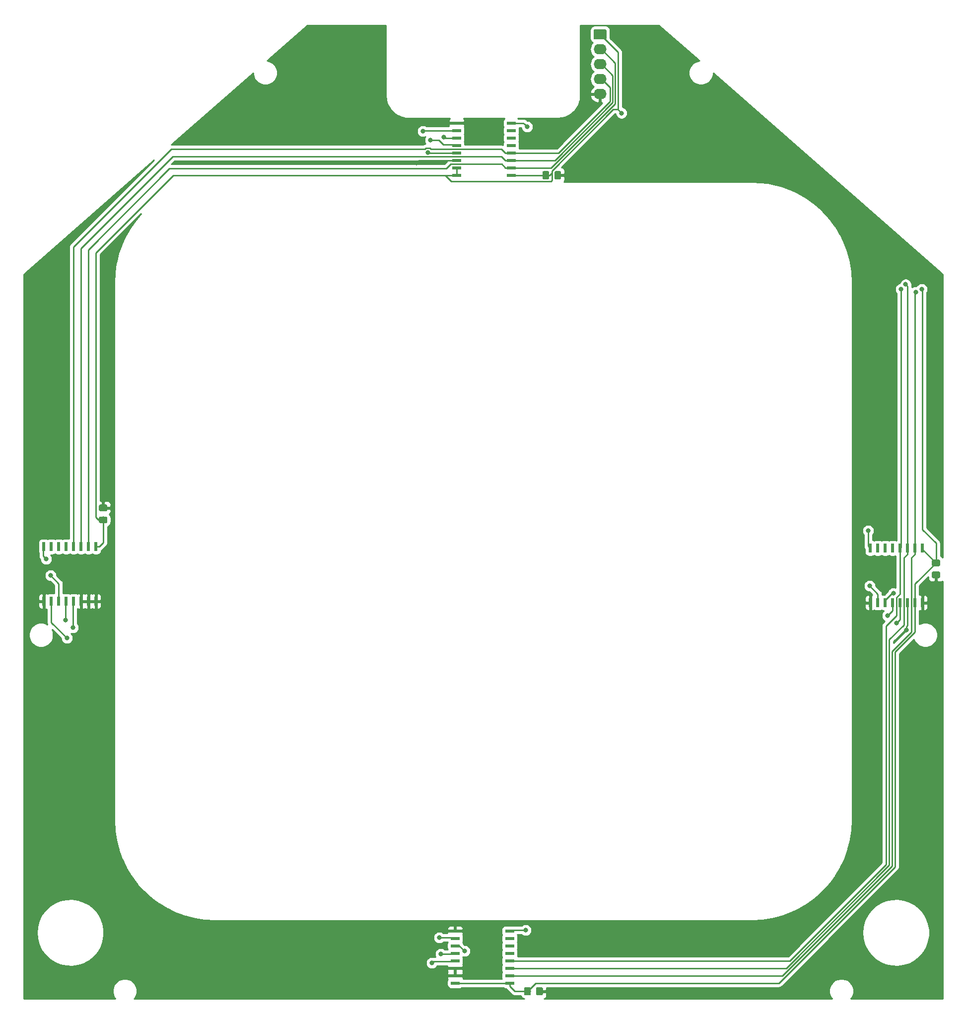
<source format=gbr>
G04 #@! TF.GenerationSoftware,KiCad,Pcbnew,(5.1.4-0-10_14)*
G04 #@! TF.CreationDate,2019-10-28T10:16:14+01:00*
G04 #@! TF.ProjectId,Buttons_DDI,42757474-6f6e-4735-9f44-44492e6b6963,rev?*
G04 #@! TF.SameCoordinates,Original*
G04 #@! TF.FileFunction,Copper,L2,Bot*
G04 #@! TF.FilePolarity,Positive*
%FSLAX46Y46*%
G04 Gerber Fmt 4.6, Leading zero omitted, Abs format (unit mm)*
G04 Created by KiCad (PCBNEW (5.1.4-0-10_14)) date 2019-10-28 10:16:14*
%MOMM*%
%LPD*%
G04 APERTURE LIST*
%ADD10C,0.100000*%
%ADD11C,1.740000*%
%ADD12O,2.200000X1.740000*%
%ADD13R,0.600000X1.500000*%
%ADD14R,1.500000X0.600000*%
%ADD15C,1.150000*%
%ADD16C,0.800000*%
%ADD17C,0.250000*%
%ADD18C,0.254000*%
G04 APERTURE END LIST*
D10*
G36*
X117206505Y-10561204D02*
G01*
X117230773Y-10564804D01*
X117254572Y-10570765D01*
X117277671Y-10579030D01*
X117299850Y-10589520D01*
X117320893Y-10602132D01*
X117340599Y-10616747D01*
X117358777Y-10633223D01*
X117375253Y-10651401D01*
X117389868Y-10671107D01*
X117402480Y-10692150D01*
X117412970Y-10714329D01*
X117421235Y-10737428D01*
X117427196Y-10761227D01*
X117430796Y-10785495D01*
X117432000Y-10809999D01*
X117432000Y-12050001D01*
X117430796Y-12074505D01*
X117427196Y-12098773D01*
X117421235Y-12122572D01*
X117412970Y-12145671D01*
X117402480Y-12167850D01*
X117389868Y-12188893D01*
X117375253Y-12208599D01*
X117358777Y-12226777D01*
X117340599Y-12243253D01*
X117320893Y-12257868D01*
X117299850Y-12270480D01*
X117277671Y-12280970D01*
X117254572Y-12289235D01*
X117230773Y-12295196D01*
X117206505Y-12298796D01*
X117182001Y-12300000D01*
X115481999Y-12300000D01*
X115457495Y-12298796D01*
X115433227Y-12295196D01*
X115409428Y-12289235D01*
X115386329Y-12280970D01*
X115364150Y-12270480D01*
X115343107Y-12257868D01*
X115323401Y-12243253D01*
X115305223Y-12226777D01*
X115288747Y-12208599D01*
X115274132Y-12188893D01*
X115261520Y-12167850D01*
X115251030Y-12145671D01*
X115242765Y-12122572D01*
X115236804Y-12098773D01*
X115233204Y-12074505D01*
X115232000Y-12050001D01*
X115232000Y-10809999D01*
X115233204Y-10785495D01*
X115236804Y-10761227D01*
X115242765Y-10737428D01*
X115251030Y-10714329D01*
X115261520Y-10692150D01*
X115274132Y-10671107D01*
X115288747Y-10651401D01*
X115305223Y-10633223D01*
X115323401Y-10616747D01*
X115343107Y-10602132D01*
X115364150Y-10589520D01*
X115386329Y-10579030D01*
X115409428Y-10570765D01*
X115433227Y-10564804D01*
X115457495Y-10561204D01*
X115481999Y-10560000D01*
X117182001Y-10560000D01*
X117206505Y-10561204D01*
X117206505Y-10561204D01*
G37*
D11*
X116332000Y-11430000D03*
D12*
X116332000Y-13970000D03*
X116332000Y-16510000D03*
X116332000Y-19050000D03*
X116332000Y-21590000D03*
D13*
X30353000Y-108028000D03*
X29083000Y-108028000D03*
X27813000Y-108028000D03*
X26543000Y-108028000D03*
X25273000Y-108028000D03*
X24003000Y-108028000D03*
X22733000Y-108028000D03*
X21463000Y-108028000D03*
X21463000Y-98728000D03*
X22733000Y-98728000D03*
X24003000Y-98728000D03*
X25273000Y-98728000D03*
X26543000Y-98728000D03*
X27813000Y-98728000D03*
X29083000Y-98728000D03*
X30353000Y-98728000D03*
D14*
X100916000Y-173101000D03*
X100916000Y-171831000D03*
X100916000Y-170561000D03*
X100916000Y-169291000D03*
X100916000Y-168021000D03*
X100916000Y-166751000D03*
X100916000Y-165481000D03*
X100916000Y-164211000D03*
X91616000Y-164211000D03*
X91616000Y-165481000D03*
X91616000Y-166751000D03*
X91616000Y-168021000D03*
X91616000Y-169291000D03*
X91616000Y-170561000D03*
X91616000Y-171831000D03*
X91616000Y-173101000D03*
D13*
X171323000Y-98982000D03*
X170053000Y-98982000D03*
X168783000Y-98982000D03*
X167513000Y-98982000D03*
X166243000Y-98982000D03*
X164973000Y-98982000D03*
X163703000Y-98982000D03*
X162433000Y-98982000D03*
X162433000Y-108282000D03*
X163703000Y-108282000D03*
X164973000Y-108282000D03*
X166243000Y-108282000D03*
X167513000Y-108282000D03*
X168783000Y-108282000D03*
X170053000Y-108282000D03*
X171323000Y-108282000D03*
D14*
X91870000Y-35433000D03*
X91870000Y-34163000D03*
X91870000Y-32893000D03*
X91870000Y-31623000D03*
X91870000Y-30353000D03*
X91870000Y-29083000D03*
X91870000Y-27813000D03*
X91870000Y-26543000D03*
X101170000Y-26543000D03*
X101170000Y-27813000D03*
X101170000Y-29083000D03*
X101170000Y-30353000D03*
X101170000Y-31623000D03*
X101170000Y-32893000D03*
X101170000Y-34163000D03*
X101170000Y-35433000D03*
D10*
G36*
X107426905Y-34734204D02*
G01*
X107451173Y-34737804D01*
X107474972Y-34743765D01*
X107498071Y-34752030D01*
X107520250Y-34762520D01*
X107541293Y-34775132D01*
X107560999Y-34789747D01*
X107579177Y-34806223D01*
X107595653Y-34824401D01*
X107610268Y-34844107D01*
X107622880Y-34865150D01*
X107633370Y-34887329D01*
X107641635Y-34910428D01*
X107647596Y-34934227D01*
X107651196Y-34958495D01*
X107652400Y-34982999D01*
X107652400Y-35883001D01*
X107651196Y-35907505D01*
X107647596Y-35931773D01*
X107641635Y-35955572D01*
X107633370Y-35978671D01*
X107622880Y-36000850D01*
X107610268Y-36021893D01*
X107595653Y-36041599D01*
X107579177Y-36059777D01*
X107560999Y-36076253D01*
X107541293Y-36090868D01*
X107520250Y-36103480D01*
X107498071Y-36113970D01*
X107474972Y-36122235D01*
X107451173Y-36128196D01*
X107426905Y-36131796D01*
X107402401Y-36133000D01*
X106752399Y-36133000D01*
X106727895Y-36131796D01*
X106703627Y-36128196D01*
X106679828Y-36122235D01*
X106656729Y-36113970D01*
X106634550Y-36103480D01*
X106613507Y-36090868D01*
X106593801Y-36076253D01*
X106575623Y-36059777D01*
X106559147Y-36041599D01*
X106544532Y-36021893D01*
X106531920Y-36000850D01*
X106521430Y-35978671D01*
X106513165Y-35955572D01*
X106507204Y-35931773D01*
X106503604Y-35907505D01*
X106502400Y-35883001D01*
X106502400Y-34982999D01*
X106503604Y-34958495D01*
X106507204Y-34934227D01*
X106513165Y-34910428D01*
X106521430Y-34887329D01*
X106531920Y-34865150D01*
X106544532Y-34844107D01*
X106559147Y-34824401D01*
X106575623Y-34806223D01*
X106593801Y-34789747D01*
X106613507Y-34775132D01*
X106634550Y-34762520D01*
X106656729Y-34752030D01*
X106679828Y-34743765D01*
X106703627Y-34737804D01*
X106727895Y-34734204D01*
X106752399Y-34733000D01*
X107402401Y-34733000D01*
X107426905Y-34734204D01*
X107426905Y-34734204D01*
G37*
D15*
X107077400Y-35433000D03*
D10*
G36*
X109476905Y-34734204D02*
G01*
X109501173Y-34737804D01*
X109524972Y-34743765D01*
X109548071Y-34752030D01*
X109570250Y-34762520D01*
X109591293Y-34775132D01*
X109610999Y-34789747D01*
X109629177Y-34806223D01*
X109645653Y-34824401D01*
X109660268Y-34844107D01*
X109672880Y-34865150D01*
X109683370Y-34887329D01*
X109691635Y-34910428D01*
X109697596Y-34934227D01*
X109701196Y-34958495D01*
X109702400Y-34982999D01*
X109702400Y-35883001D01*
X109701196Y-35907505D01*
X109697596Y-35931773D01*
X109691635Y-35955572D01*
X109683370Y-35978671D01*
X109672880Y-36000850D01*
X109660268Y-36021893D01*
X109645653Y-36041599D01*
X109629177Y-36059777D01*
X109610999Y-36076253D01*
X109591293Y-36090868D01*
X109570250Y-36103480D01*
X109548071Y-36113970D01*
X109524972Y-36122235D01*
X109501173Y-36128196D01*
X109476905Y-36131796D01*
X109452401Y-36133000D01*
X108802399Y-36133000D01*
X108777895Y-36131796D01*
X108753627Y-36128196D01*
X108729828Y-36122235D01*
X108706729Y-36113970D01*
X108684550Y-36103480D01*
X108663507Y-36090868D01*
X108643801Y-36076253D01*
X108625623Y-36059777D01*
X108609147Y-36041599D01*
X108594532Y-36021893D01*
X108581920Y-36000850D01*
X108571430Y-35978671D01*
X108563165Y-35955572D01*
X108557204Y-35931773D01*
X108553604Y-35907505D01*
X108552400Y-35883001D01*
X108552400Y-34982999D01*
X108553604Y-34958495D01*
X108557204Y-34934227D01*
X108563165Y-34910428D01*
X108571430Y-34887329D01*
X108581920Y-34865150D01*
X108594532Y-34844107D01*
X108609147Y-34824401D01*
X108625623Y-34806223D01*
X108643801Y-34789747D01*
X108663507Y-34775132D01*
X108684550Y-34762520D01*
X108706729Y-34752030D01*
X108729828Y-34743765D01*
X108753627Y-34737804D01*
X108777895Y-34734204D01*
X108802399Y-34733000D01*
X109452401Y-34733000D01*
X109476905Y-34734204D01*
X109476905Y-34734204D01*
G37*
D15*
X109127400Y-35433000D03*
D10*
G36*
X32046705Y-91543004D02*
G01*
X32070973Y-91546604D01*
X32094772Y-91552565D01*
X32117871Y-91560830D01*
X32140050Y-91571320D01*
X32161093Y-91583932D01*
X32180799Y-91598547D01*
X32198977Y-91615023D01*
X32215453Y-91633201D01*
X32230068Y-91652907D01*
X32242680Y-91673950D01*
X32253170Y-91696129D01*
X32261435Y-91719228D01*
X32267396Y-91743027D01*
X32270996Y-91767295D01*
X32272200Y-91791799D01*
X32272200Y-92441801D01*
X32270996Y-92466305D01*
X32267396Y-92490573D01*
X32261435Y-92514372D01*
X32253170Y-92537471D01*
X32242680Y-92559650D01*
X32230068Y-92580693D01*
X32215453Y-92600399D01*
X32198977Y-92618577D01*
X32180799Y-92635053D01*
X32161093Y-92649668D01*
X32140050Y-92662280D01*
X32117871Y-92672770D01*
X32094772Y-92681035D01*
X32070973Y-92686996D01*
X32046705Y-92690596D01*
X32022201Y-92691800D01*
X31122199Y-92691800D01*
X31097695Y-92690596D01*
X31073427Y-92686996D01*
X31049628Y-92681035D01*
X31026529Y-92672770D01*
X31004350Y-92662280D01*
X30983307Y-92649668D01*
X30963601Y-92635053D01*
X30945423Y-92618577D01*
X30928947Y-92600399D01*
X30914332Y-92580693D01*
X30901720Y-92559650D01*
X30891230Y-92537471D01*
X30882965Y-92514372D01*
X30877004Y-92490573D01*
X30873404Y-92466305D01*
X30872200Y-92441801D01*
X30872200Y-91791799D01*
X30873404Y-91767295D01*
X30877004Y-91743027D01*
X30882965Y-91719228D01*
X30891230Y-91696129D01*
X30901720Y-91673950D01*
X30914332Y-91652907D01*
X30928947Y-91633201D01*
X30945423Y-91615023D01*
X30963601Y-91598547D01*
X30983307Y-91583932D01*
X31004350Y-91571320D01*
X31026529Y-91560830D01*
X31049628Y-91552565D01*
X31073427Y-91546604D01*
X31097695Y-91543004D01*
X31122199Y-91541800D01*
X32022201Y-91541800D01*
X32046705Y-91543004D01*
X32046705Y-91543004D01*
G37*
D15*
X31572200Y-92116800D03*
D10*
G36*
X32046705Y-93593004D02*
G01*
X32070973Y-93596604D01*
X32094772Y-93602565D01*
X32117871Y-93610830D01*
X32140050Y-93621320D01*
X32161093Y-93633932D01*
X32180799Y-93648547D01*
X32198977Y-93665023D01*
X32215453Y-93683201D01*
X32230068Y-93702907D01*
X32242680Y-93723950D01*
X32253170Y-93746129D01*
X32261435Y-93769228D01*
X32267396Y-93793027D01*
X32270996Y-93817295D01*
X32272200Y-93841799D01*
X32272200Y-94491801D01*
X32270996Y-94516305D01*
X32267396Y-94540573D01*
X32261435Y-94564372D01*
X32253170Y-94587471D01*
X32242680Y-94609650D01*
X32230068Y-94630693D01*
X32215453Y-94650399D01*
X32198977Y-94668577D01*
X32180799Y-94685053D01*
X32161093Y-94699668D01*
X32140050Y-94712280D01*
X32117871Y-94722770D01*
X32094772Y-94731035D01*
X32070973Y-94736996D01*
X32046705Y-94740596D01*
X32022201Y-94741800D01*
X31122199Y-94741800D01*
X31097695Y-94740596D01*
X31073427Y-94736996D01*
X31049628Y-94731035D01*
X31026529Y-94722770D01*
X31004350Y-94712280D01*
X30983307Y-94699668D01*
X30963601Y-94685053D01*
X30945423Y-94668577D01*
X30928947Y-94650399D01*
X30914332Y-94630693D01*
X30901720Y-94609650D01*
X30891230Y-94587471D01*
X30882965Y-94564372D01*
X30877004Y-94540573D01*
X30873404Y-94516305D01*
X30872200Y-94491801D01*
X30872200Y-93841799D01*
X30873404Y-93817295D01*
X30877004Y-93793027D01*
X30882965Y-93769228D01*
X30891230Y-93746129D01*
X30901720Y-93723950D01*
X30914332Y-93702907D01*
X30928947Y-93683201D01*
X30945423Y-93665023D01*
X30963601Y-93648547D01*
X30983307Y-93633932D01*
X31004350Y-93621320D01*
X31026529Y-93610830D01*
X31049628Y-93602565D01*
X31073427Y-93596604D01*
X31097695Y-93593004D01*
X31122199Y-93591800D01*
X32022201Y-93591800D01*
X32046705Y-93593004D01*
X32046705Y-93593004D01*
G37*
D15*
X31572200Y-94166800D03*
D10*
G36*
X174108905Y-100915604D02*
G01*
X174133173Y-100919204D01*
X174156972Y-100925165D01*
X174180071Y-100933430D01*
X174202250Y-100943920D01*
X174223293Y-100956532D01*
X174242999Y-100971147D01*
X174261177Y-100987623D01*
X174277653Y-101005801D01*
X174292268Y-101025507D01*
X174304880Y-101046550D01*
X174315370Y-101068729D01*
X174323635Y-101091828D01*
X174329596Y-101115627D01*
X174333196Y-101139895D01*
X174334400Y-101164399D01*
X174334400Y-101814401D01*
X174333196Y-101838905D01*
X174329596Y-101863173D01*
X174323635Y-101886972D01*
X174315370Y-101910071D01*
X174304880Y-101932250D01*
X174292268Y-101953293D01*
X174277653Y-101972999D01*
X174261177Y-101991177D01*
X174242999Y-102007653D01*
X174223293Y-102022268D01*
X174202250Y-102034880D01*
X174180071Y-102045370D01*
X174156972Y-102053635D01*
X174133173Y-102059596D01*
X174108905Y-102063196D01*
X174084401Y-102064400D01*
X173184399Y-102064400D01*
X173159895Y-102063196D01*
X173135627Y-102059596D01*
X173111828Y-102053635D01*
X173088729Y-102045370D01*
X173066550Y-102034880D01*
X173045507Y-102022268D01*
X173025801Y-102007653D01*
X173007623Y-101991177D01*
X172991147Y-101972999D01*
X172976532Y-101953293D01*
X172963920Y-101932250D01*
X172953430Y-101910071D01*
X172945165Y-101886972D01*
X172939204Y-101863173D01*
X172935604Y-101838905D01*
X172934400Y-101814401D01*
X172934400Y-101164399D01*
X172935604Y-101139895D01*
X172939204Y-101115627D01*
X172945165Y-101091828D01*
X172953430Y-101068729D01*
X172963920Y-101046550D01*
X172976532Y-101025507D01*
X172991147Y-101005801D01*
X173007623Y-100987623D01*
X173025801Y-100971147D01*
X173045507Y-100956532D01*
X173066550Y-100943920D01*
X173088729Y-100933430D01*
X173111828Y-100925165D01*
X173135627Y-100919204D01*
X173159895Y-100915604D01*
X173184399Y-100914400D01*
X174084401Y-100914400D01*
X174108905Y-100915604D01*
X174108905Y-100915604D01*
G37*
D15*
X173634400Y-101489400D03*
D10*
G36*
X174108905Y-102965604D02*
G01*
X174133173Y-102969204D01*
X174156972Y-102975165D01*
X174180071Y-102983430D01*
X174202250Y-102993920D01*
X174223293Y-103006532D01*
X174242999Y-103021147D01*
X174261177Y-103037623D01*
X174277653Y-103055801D01*
X174292268Y-103075507D01*
X174304880Y-103096550D01*
X174315370Y-103118729D01*
X174323635Y-103141828D01*
X174329596Y-103165627D01*
X174333196Y-103189895D01*
X174334400Y-103214399D01*
X174334400Y-103864401D01*
X174333196Y-103888905D01*
X174329596Y-103913173D01*
X174323635Y-103936972D01*
X174315370Y-103960071D01*
X174304880Y-103982250D01*
X174292268Y-104003293D01*
X174277653Y-104022999D01*
X174261177Y-104041177D01*
X174242999Y-104057653D01*
X174223293Y-104072268D01*
X174202250Y-104084880D01*
X174180071Y-104095370D01*
X174156972Y-104103635D01*
X174133173Y-104109596D01*
X174108905Y-104113196D01*
X174084401Y-104114400D01*
X173184399Y-104114400D01*
X173159895Y-104113196D01*
X173135627Y-104109596D01*
X173111828Y-104103635D01*
X173088729Y-104095370D01*
X173066550Y-104084880D01*
X173045507Y-104072268D01*
X173025801Y-104057653D01*
X173007623Y-104041177D01*
X172991147Y-104022999D01*
X172976532Y-104003293D01*
X172963920Y-103982250D01*
X172953430Y-103960071D01*
X172945165Y-103936972D01*
X172939204Y-103913173D01*
X172935604Y-103888905D01*
X172934400Y-103864401D01*
X172934400Y-103214399D01*
X172935604Y-103189895D01*
X172939204Y-103165627D01*
X172945165Y-103141828D01*
X172953430Y-103118729D01*
X172963920Y-103096550D01*
X172976532Y-103075507D01*
X172991147Y-103055801D01*
X173007623Y-103037623D01*
X173025801Y-103021147D01*
X173045507Y-103006532D01*
X173066550Y-102993920D01*
X173088729Y-102983430D01*
X173111828Y-102975165D01*
X173135627Y-102969204D01*
X173159895Y-102965604D01*
X173184399Y-102964400D01*
X174084401Y-102964400D01*
X174108905Y-102965604D01*
X174108905Y-102965604D01*
G37*
D15*
X173634400Y-103539400D03*
D10*
G36*
X106352705Y-173799204D02*
G01*
X106376973Y-173802804D01*
X106400772Y-173808765D01*
X106423871Y-173817030D01*
X106446050Y-173827520D01*
X106467093Y-173840132D01*
X106486799Y-173854747D01*
X106504977Y-173871223D01*
X106521453Y-173889401D01*
X106536068Y-173909107D01*
X106548680Y-173930150D01*
X106559170Y-173952329D01*
X106567435Y-173975428D01*
X106573396Y-173999227D01*
X106576996Y-174023495D01*
X106578200Y-174047999D01*
X106578200Y-174948001D01*
X106576996Y-174972505D01*
X106573396Y-174996773D01*
X106567435Y-175020572D01*
X106559170Y-175043671D01*
X106548680Y-175065850D01*
X106536068Y-175086893D01*
X106521453Y-175106599D01*
X106504977Y-175124777D01*
X106486799Y-175141253D01*
X106467093Y-175155868D01*
X106446050Y-175168480D01*
X106423871Y-175178970D01*
X106400772Y-175187235D01*
X106376973Y-175193196D01*
X106352705Y-175196796D01*
X106328201Y-175198000D01*
X105678199Y-175198000D01*
X105653695Y-175196796D01*
X105629427Y-175193196D01*
X105605628Y-175187235D01*
X105582529Y-175178970D01*
X105560350Y-175168480D01*
X105539307Y-175155868D01*
X105519601Y-175141253D01*
X105501423Y-175124777D01*
X105484947Y-175106599D01*
X105470332Y-175086893D01*
X105457720Y-175065850D01*
X105447230Y-175043671D01*
X105438965Y-175020572D01*
X105433004Y-174996773D01*
X105429404Y-174972505D01*
X105428200Y-174948001D01*
X105428200Y-174047999D01*
X105429404Y-174023495D01*
X105433004Y-173999227D01*
X105438965Y-173975428D01*
X105447230Y-173952329D01*
X105457720Y-173930150D01*
X105470332Y-173909107D01*
X105484947Y-173889401D01*
X105501423Y-173871223D01*
X105519601Y-173854747D01*
X105539307Y-173840132D01*
X105560350Y-173827520D01*
X105582529Y-173817030D01*
X105605628Y-173808765D01*
X105629427Y-173802804D01*
X105653695Y-173799204D01*
X105678199Y-173798000D01*
X106328201Y-173798000D01*
X106352705Y-173799204D01*
X106352705Y-173799204D01*
G37*
D15*
X106003200Y-174498000D03*
D10*
G36*
X104302705Y-173799204D02*
G01*
X104326973Y-173802804D01*
X104350772Y-173808765D01*
X104373871Y-173817030D01*
X104396050Y-173827520D01*
X104417093Y-173840132D01*
X104436799Y-173854747D01*
X104454977Y-173871223D01*
X104471453Y-173889401D01*
X104486068Y-173909107D01*
X104498680Y-173930150D01*
X104509170Y-173952329D01*
X104517435Y-173975428D01*
X104523396Y-173999227D01*
X104526996Y-174023495D01*
X104528200Y-174047999D01*
X104528200Y-174948001D01*
X104526996Y-174972505D01*
X104523396Y-174996773D01*
X104517435Y-175020572D01*
X104509170Y-175043671D01*
X104498680Y-175065850D01*
X104486068Y-175086893D01*
X104471453Y-175106599D01*
X104454977Y-175124777D01*
X104436799Y-175141253D01*
X104417093Y-175155868D01*
X104396050Y-175168480D01*
X104373871Y-175178970D01*
X104350772Y-175187235D01*
X104326973Y-175193196D01*
X104302705Y-175196796D01*
X104278201Y-175198000D01*
X103628199Y-175198000D01*
X103603695Y-175196796D01*
X103579427Y-175193196D01*
X103555628Y-175187235D01*
X103532529Y-175178970D01*
X103510350Y-175168480D01*
X103489307Y-175155868D01*
X103469601Y-175141253D01*
X103451423Y-175124777D01*
X103434947Y-175106599D01*
X103420332Y-175086893D01*
X103407720Y-175065850D01*
X103397230Y-175043671D01*
X103388965Y-175020572D01*
X103383004Y-174996773D01*
X103379404Y-174972505D01*
X103378200Y-174948001D01*
X103378200Y-174047999D01*
X103379404Y-174023495D01*
X103383004Y-173999227D01*
X103388965Y-173975428D01*
X103397230Y-173952329D01*
X103407720Y-173930150D01*
X103420332Y-173909107D01*
X103434947Y-173889401D01*
X103451423Y-173871223D01*
X103469601Y-173854747D01*
X103489307Y-173840132D01*
X103510350Y-173827520D01*
X103532529Y-173817030D01*
X103555628Y-173808765D01*
X103579427Y-173802804D01*
X103603695Y-173799204D01*
X103628199Y-173798000D01*
X104278201Y-173798000D01*
X104302705Y-173799204D01*
X104302705Y-173799204D01*
G37*
D15*
X103953200Y-174498000D03*
D16*
X171196000Y-54864000D03*
X119989600Y-24841200D03*
X170179998Y-55372000D03*
X168460135Y-54043866D03*
X167640000Y-54864000D03*
X168554400Y-112928400D03*
X171602400Y-110718600D03*
X84988400Y-33324800D03*
X29108400Y-110388400D03*
X20015200Y-110236000D03*
X89331800Y-171932600D03*
X88341200Y-163347400D03*
X162306000Y-111125000D03*
X72288400Y-16941800D03*
X68757800Y-19989800D03*
X106248200Y-28524200D03*
X120218200Y-28727400D03*
X121564400Y-28676600D03*
X26416000Y-112522000D03*
X25146000Y-111252000D03*
X22606000Y-103632000D03*
X25400000Y-114300000D03*
X21844000Y-100838000D03*
X103632000Y-164084000D03*
X88900000Y-165354000D03*
X93218000Y-167640000D03*
X89154000Y-168148000D03*
X87630000Y-169672000D03*
X162052000Y-96012000D03*
X162306000Y-105410000D03*
X166370002Y-106680000D03*
X165354000Y-110490000D03*
X166878000Y-111760000D03*
X86977664Y-31532990D03*
X87376000Y-29464000D03*
X89662000Y-28956000D03*
X86106000Y-27940000D03*
X103886000Y-27178000D03*
D17*
X91870000Y-34163000D02*
X91870000Y-35433000D01*
X43561000Y-35433000D02*
X30353000Y-48641000D01*
X171323000Y-54991000D02*
X171196000Y-54864000D01*
X170053000Y-107282000D02*
X170053000Y-108282000D01*
X99916000Y-173101000D02*
X91616000Y-173101000D01*
X100916000Y-173101000D02*
X99916000Y-173101000D01*
X119380000Y-14478000D02*
X119380000Y-23499233D01*
X116332000Y-11430000D02*
X119380000Y-14478000D01*
X119380000Y-24231600D02*
X119380000Y-23499233D01*
X119989600Y-24841200D02*
X119380000Y-24231600D01*
X91870000Y-35433000D02*
X89916000Y-35433000D01*
X89916000Y-35433000D02*
X43561000Y-35433000D01*
X118567200Y-24231600D02*
X108111782Y-34687018D01*
X119380000Y-24231600D02*
X118567200Y-24231600D01*
X101170000Y-35433000D02*
X107077400Y-35433000D01*
X108111782Y-35073618D02*
X108111782Y-34687018D01*
X107752400Y-35433000D02*
X108111782Y-35073618D01*
X107077400Y-35433000D02*
X107752400Y-35433000D01*
X90982800Y-36499800D02*
X89916000Y-35433000D01*
X107950000Y-36499800D02*
X90982800Y-36499800D01*
X108111782Y-34687018D02*
X108111782Y-36338018D01*
X108111782Y-36338018D02*
X107950000Y-36499800D01*
X31572200Y-94841800D02*
X31572200Y-94166800D01*
X31572200Y-98058800D02*
X31572200Y-94841800D01*
X30903000Y-98728000D02*
X31572200Y-98058800D01*
X30353000Y-98728000D02*
X30903000Y-98728000D01*
X30353000Y-93747600D02*
X30353000Y-93548200D01*
X30772200Y-94166800D02*
X30353000Y-93747600D01*
X31572200Y-94166800D02*
X30772200Y-94166800D01*
X30353000Y-48641000D02*
X30353000Y-93548200D01*
X173634400Y-98145600D02*
X171323000Y-95834200D01*
X173634400Y-101489400D02*
X173634400Y-98145600D01*
X171323000Y-95834200D02*
X171323000Y-54991000D01*
X170053000Y-105070800D02*
X170053000Y-105664000D01*
X173634400Y-101489400D02*
X170053000Y-105070800D01*
X170053000Y-105664000D02*
X170053000Y-107282000D01*
X171323000Y-99178000D02*
X171323000Y-98982000D01*
X173634400Y-101489400D02*
X171323000Y-99178000D01*
X103278200Y-174498000D02*
X103953200Y-174498000D01*
X101763000Y-174498000D02*
X103278200Y-174498000D01*
X100916000Y-173651000D02*
X101763000Y-174498000D01*
X100916000Y-173101000D02*
X100916000Y-173651000D01*
X166624000Y-153293233D02*
X166624000Y-116689010D01*
X170053000Y-113260010D02*
X170053000Y-109282000D01*
X170053000Y-109282000D02*
X170053000Y-108282000D01*
X166624000Y-116689010D02*
X170053000Y-113260010D01*
X146816233Y-173101000D02*
X166624000Y-153293233D01*
X105350200Y-173101000D02*
X146816233Y-173101000D01*
X103953200Y-174498000D02*
X105350200Y-173101000D01*
X170053000Y-98982000D02*
X170053000Y-55498998D01*
X170053000Y-55498998D02*
X170179998Y-55372000D01*
X116562000Y-13970000D02*
X116332000Y-13970000D01*
X107999390Y-34163000D02*
X118929989Y-23232401D01*
X118929989Y-16337989D02*
X116562000Y-13970000D01*
X101170000Y-34163000D02*
X107999390Y-34163000D01*
X118929989Y-23232401D02*
X118929989Y-16337989D01*
X101916000Y-171831000D02*
X100916000Y-171831000D01*
X166116000Y-153164822D02*
X147449822Y-171831000D01*
X166116000Y-116560600D02*
X166116000Y-153164822D01*
X169408001Y-100626999D02*
X169408001Y-113268599D01*
X170053000Y-99982000D02*
X169408001Y-100626999D01*
X147449822Y-171831000D02*
X101916000Y-171831000D01*
X169408001Y-113268599D02*
X166116000Y-116560600D01*
X170053000Y-98982000D02*
X170053000Y-99982000D01*
X29083000Y-48133000D02*
X29083000Y-98728000D01*
X100203000Y-34163000D02*
X99577999Y-33537999D01*
X99577999Y-33537999D02*
X90859999Y-33537999D01*
X90859999Y-33537999D02*
X90082598Y-34315400D01*
X101170000Y-34163000D02*
X100203000Y-34163000D01*
X90082598Y-34315400D02*
X42900600Y-34315400D01*
X42900600Y-34315400D02*
X29083000Y-48133000D01*
X27813000Y-47879000D02*
X27813000Y-98728000D01*
X43434000Y-32258000D02*
X27813000Y-47879000D01*
X99535000Y-32258000D02*
X43434000Y-32258000D01*
X101170000Y-32893000D02*
X100170000Y-32893000D01*
X100170000Y-32893000D02*
X99535000Y-32258000D01*
X168783000Y-98982000D02*
X168783000Y-54366731D01*
X168783000Y-54366731D02*
X168460135Y-54043866D01*
X148083411Y-170561000D02*
X101916000Y-170561000D01*
X101916000Y-170561000D02*
X100916000Y-170561000D01*
X165665989Y-152978422D02*
X148083411Y-170561000D01*
X168138001Y-112081001D02*
X165665989Y-114553013D01*
X168138001Y-100626999D02*
X168138001Y-112081001D01*
X168783000Y-98982000D02*
X168783000Y-99982000D01*
X165665989Y-114553013D02*
X165665989Y-152978422D01*
X168783000Y-99982000D02*
X168138001Y-100626999D01*
X108632979Y-32893000D02*
X102170000Y-32893000D01*
X116332000Y-16510000D02*
X116562000Y-16510000D01*
X102170000Y-32893000D02*
X101170000Y-32893000D01*
X116562000Y-16510000D02*
X118479978Y-18427978D01*
X118479978Y-23046001D02*
X108632979Y-32893000D01*
X118479978Y-18427978D02*
X118479978Y-23046001D01*
X87325666Y-30807988D02*
X86629662Y-30807988D01*
X86629662Y-30807988D02*
X86449650Y-30988000D01*
X86449650Y-30988000D02*
X43180000Y-30988000D01*
X43180000Y-30988000D02*
X26543000Y-47625000D01*
X26543000Y-97728000D02*
X26543000Y-98728000D01*
X26543000Y-47625000D02*
X26543000Y-97728000D01*
X100170000Y-31623000D02*
X99535000Y-30988000D01*
X101170000Y-31623000D02*
X100170000Y-31623000D01*
X99535000Y-30988000D02*
X87505678Y-30988000D01*
X87505678Y-30988000D02*
X87325666Y-30807988D01*
X167640000Y-98855000D02*
X167513000Y-98982000D01*
X167640000Y-54864000D02*
X167640000Y-98855000D01*
X118008000Y-22881567D02*
X109266568Y-31623000D01*
X116332000Y-19050000D02*
X116562000Y-19050000D01*
X109266568Y-31623000D02*
X102170000Y-31623000D01*
X118008000Y-20496000D02*
X118008000Y-22881567D01*
X116562000Y-19050000D02*
X118008000Y-20496000D01*
X102170000Y-31623000D02*
X101170000Y-31623000D01*
X165100000Y-112268000D02*
X165100000Y-152908000D01*
X167513000Y-98982000D02*
X167513000Y-106753266D01*
X101916000Y-169291000D02*
X100916000Y-169291000D01*
X148717000Y-169291000D02*
X101916000Y-169291000D01*
X165100000Y-152908000D02*
X148717000Y-169291000D01*
X166868001Y-107398265D02*
X166868001Y-110499999D01*
X167513000Y-106753266D02*
X166868001Y-107398265D01*
X166868001Y-110499999D02*
X165100000Y-112268000D01*
X85420200Y-32893000D02*
X84988400Y-33324800D01*
X91870000Y-32893000D02*
X85420200Y-32893000D01*
X168783000Y-109282000D02*
X168783000Y-108282000D01*
X168783000Y-112134115D02*
X168783000Y-109282000D01*
X168554400Y-112362715D02*
X168783000Y-112134115D01*
X168554400Y-112928400D02*
X168554400Y-112362715D01*
X26416000Y-108155000D02*
X26543000Y-108028000D01*
X26416000Y-112522000D02*
X26416000Y-108155000D01*
X25146000Y-108155000D02*
X25273000Y-108028000D01*
X25146000Y-111252000D02*
X25146000Y-108155000D01*
X24003000Y-105029000D02*
X24003000Y-108028000D01*
X22606000Y-103632000D02*
X24003000Y-105029000D01*
X22733000Y-111633000D02*
X22733000Y-108028000D01*
X25400000Y-114300000D02*
X22733000Y-111633000D01*
X21336000Y-98855000D02*
X21463000Y-98728000D01*
X21844000Y-100838000D02*
X21336000Y-100330000D01*
X21336000Y-100330000D02*
X21336000Y-98855000D01*
X101043000Y-164084000D02*
X100916000Y-164211000D01*
X103632000Y-164084000D02*
X101043000Y-164084000D01*
X91489000Y-165354000D02*
X91616000Y-165481000D01*
X88900000Y-165354000D02*
X91489000Y-165354000D01*
X92329000Y-166751000D02*
X91616000Y-166751000D01*
X93218000Y-167640000D02*
X92329000Y-166751000D01*
X91489000Y-168148000D02*
X91616000Y-168021000D01*
X89154000Y-168148000D02*
X91489000Y-168148000D01*
X91489000Y-169418000D02*
X91616000Y-169291000D01*
X87630000Y-169672000D02*
X87884000Y-169418000D01*
X87884000Y-169418000D02*
X91489000Y-169418000D01*
X162052000Y-98601000D02*
X162433000Y-98982000D01*
X162052000Y-96012000D02*
X162052000Y-98601000D01*
X163703000Y-106807000D02*
X163703000Y-108282000D01*
X162306000Y-105410000D02*
X163703000Y-106807000D01*
X166125000Y-106680000D02*
X166370002Y-106680000D01*
X164973000Y-108282000D02*
X164973000Y-107832000D01*
X164973000Y-107832000D02*
X166125000Y-106680000D01*
X165753999Y-110090001D02*
X165354000Y-110490000D01*
X166243000Y-109601000D02*
X165753999Y-110090001D01*
X166243000Y-108282000D02*
X166243000Y-109601000D01*
X167277999Y-111360001D02*
X166878000Y-111760000D01*
X167513000Y-111125000D02*
X167277999Y-111360001D01*
X167513000Y-108282000D02*
X167513000Y-111125000D01*
X91870000Y-31623000D02*
X87067674Y-31623000D01*
X87067674Y-31623000D02*
X86977664Y-31532990D01*
X87941685Y-29464000D02*
X87376000Y-29464000D01*
X88799350Y-29464000D02*
X87941685Y-29464000D01*
X89561350Y-30226000D02*
X88799350Y-29464000D01*
X91870000Y-30353000D02*
X91743000Y-30226000D01*
X91743000Y-30226000D02*
X89561350Y-30226000D01*
X89789000Y-29083000D02*
X89662000Y-28956000D01*
X91870000Y-29083000D02*
X89789000Y-29083000D01*
X86233000Y-27813000D02*
X86106000Y-27940000D01*
X91870000Y-27813000D02*
X86233000Y-27813000D01*
X101170000Y-26543000D02*
X103251000Y-26543000D01*
X103251000Y-26543000D02*
X103486001Y-26778001D01*
X103486001Y-26778001D02*
X103886000Y-27178000D01*
D18*
G36*
X173761400Y-103412400D02*
G01*
X173781400Y-103412400D01*
X173781400Y-103666400D01*
X173761400Y-103666400D01*
X173761400Y-104590650D01*
X173920150Y-104749400D01*
X174334400Y-104752472D01*
X174458882Y-104740212D01*
X174578580Y-104703902D01*
X174688894Y-104644937D01*
X174747251Y-104597045D01*
X174747250Y-175795000D01*
X159117424Y-175795000D01*
X159140908Y-175771516D01*
X159370443Y-175427992D01*
X159528550Y-175046289D01*
X159609152Y-174641076D01*
X159609152Y-174227924D01*
X159528550Y-173822711D01*
X159370443Y-173441008D01*
X159140908Y-173097484D01*
X158848766Y-172805342D01*
X158505242Y-172575807D01*
X158123539Y-172417700D01*
X157718326Y-172337098D01*
X157305174Y-172337098D01*
X156899961Y-172417700D01*
X156518258Y-172575807D01*
X156174734Y-172805342D01*
X155882592Y-173097484D01*
X155653057Y-173441008D01*
X155494950Y-173822711D01*
X155414348Y-174227924D01*
X155414348Y-174641076D01*
X155494950Y-175046289D01*
X155653057Y-175427992D01*
X155882592Y-175771516D01*
X155906076Y-175795000D01*
X106797662Y-175795000D01*
X106822380Y-175787502D01*
X106932694Y-175728537D01*
X107029385Y-175649185D01*
X107108737Y-175552494D01*
X107167702Y-175442180D01*
X107204012Y-175322482D01*
X107216272Y-175198000D01*
X107213200Y-174783750D01*
X107054450Y-174625000D01*
X106130200Y-174625000D01*
X106130200Y-174645000D01*
X105876200Y-174645000D01*
X105876200Y-174625000D01*
X105856200Y-174625000D01*
X105856200Y-174371000D01*
X105876200Y-174371000D01*
X105876200Y-174351000D01*
X106130200Y-174351000D01*
X106130200Y-174371000D01*
X107054450Y-174371000D01*
X107213200Y-174212250D01*
X107215805Y-173861000D01*
X146778911Y-173861000D01*
X146816233Y-173864676D01*
X146853555Y-173861000D01*
X146853566Y-173861000D01*
X146965219Y-173850003D01*
X147108480Y-173806546D01*
X147240509Y-173735974D01*
X147356234Y-173641001D01*
X147380037Y-173611997D01*
X156488934Y-164503100D01*
X161043621Y-164503100D01*
X161136106Y-165530695D01*
X161410589Y-166525262D01*
X161858248Y-167454835D01*
X162464695Y-168289537D01*
X163210437Y-169002540D01*
X164071507Y-169570927D01*
X165020228Y-169976430D01*
X166026109Y-170206016D01*
X167056818Y-170252305D01*
X168079229Y-170113810D01*
X169060480Y-169794982D01*
X169969033Y-169306069D01*
X170775687Y-168662784D01*
X171454514Y-167885804D01*
X171983697Y-167000101D01*
X172346227Y-166034142D01*
X172530453Y-165018974D01*
X172530453Y-163987226D01*
X172346227Y-162972058D01*
X171983697Y-162006099D01*
X171454514Y-161120396D01*
X170775687Y-160343416D01*
X169969033Y-159700131D01*
X169060480Y-159211218D01*
X168079229Y-158892390D01*
X167056818Y-158753895D01*
X166026109Y-158800184D01*
X165020228Y-159029770D01*
X164071507Y-159435273D01*
X163210437Y-160003660D01*
X162464695Y-160716663D01*
X161858248Y-161551365D01*
X161410589Y-162480938D01*
X161136106Y-163475505D01*
X161043621Y-164503100D01*
X156488934Y-164503100D01*
X167135004Y-153857031D01*
X167164001Y-153833234D01*
X167258974Y-153717509D01*
X167329546Y-153585480D01*
X167373003Y-153442219D01*
X167384000Y-153330566D01*
X167384000Y-153330558D01*
X167387676Y-153293233D01*
X167384000Y-153255908D01*
X167384000Y-117003811D01*
X169839247Y-114548565D01*
X169937386Y-114785492D01*
X170166921Y-115129016D01*
X170459063Y-115421158D01*
X170802587Y-115650693D01*
X171184290Y-115808800D01*
X171589503Y-115889402D01*
X172002655Y-115889402D01*
X172407868Y-115808800D01*
X172789571Y-115650693D01*
X173133095Y-115421158D01*
X173425237Y-115129016D01*
X173654772Y-114785492D01*
X173812879Y-114403789D01*
X173893481Y-113998576D01*
X173893481Y-113585424D01*
X173812879Y-113180211D01*
X173654772Y-112798508D01*
X173425237Y-112454984D01*
X173133095Y-112162842D01*
X172789571Y-111933307D01*
X172407868Y-111775200D01*
X172002655Y-111694598D01*
X171589503Y-111694598D01*
X171184290Y-111775200D01*
X170813000Y-111928994D01*
X170813000Y-109631870D01*
X170898518Y-109657812D01*
X171023000Y-109670072D01*
X171037250Y-109667000D01*
X171196000Y-109508250D01*
X171196000Y-108409000D01*
X171450000Y-108409000D01*
X171450000Y-109508250D01*
X171608750Y-109667000D01*
X171623000Y-109670072D01*
X171747482Y-109657812D01*
X171867180Y-109621502D01*
X171977494Y-109562537D01*
X172074185Y-109483185D01*
X172153537Y-109386494D01*
X172212502Y-109276180D01*
X172248812Y-109156482D01*
X172261072Y-109032000D01*
X172258000Y-108567750D01*
X172099250Y-108409000D01*
X171450000Y-108409000D01*
X171196000Y-108409000D01*
X171176000Y-108409000D01*
X171176000Y-108155000D01*
X171196000Y-108155000D01*
X171196000Y-107055750D01*
X171450000Y-107055750D01*
X171450000Y-108155000D01*
X172099250Y-108155000D01*
X172258000Y-107996250D01*
X172261072Y-107532000D01*
X172248812Y-107407518D01*
X172212502Y-107287820D01*
X172153537Y-107177506D01*
X172074185Y-107080815D01*
X171977494Y-107001463D01*
X171867180Y-106942498D01*
X171747482Y-106906188D01*
X171623000Y-106893928D01*
X171608750Y-106897000D01*
X171450000Y-107055750D01*
X171196000Y-107055750D01*
X171037250Y-106897000D01*
X171023000Y-106893928D01*
X170898518Y-106906188D01*
X170813000Y-106932130D01*
X170813000Y-105385601D01*
X172298605Y-103899997D01*
X172296328Y-104114400D01*
X172308588Y-104238882D01*
X172344898Y-104358580D01*
X172403863Y-104468894D01*
X172483215Y-104565585D01*
X172579906Y-104644937D01*
X172690220Y-104703902D01*
X172809918Y-104740212D01*
X172934400Y-104752472D01*
X173348650Y-104749400D01*
X173507400Y-104590650D01*
X173507400Y-103666400D01*
X173487400Y-103666400D01*
X173487400Y-103412400D01*
X173507400Y-103412400D01*
X173507400Y-103392400D01*
X173761400Y-103392400D01*
X173761400Y-103412400D01*
X173761400Y-103412400D01*
G37*
X173761400Y-103412400D02*
X173781400Y-103412400D01*
X173781400Y-103666400D01*
X173761400Y-103666400D01*
X173761400Y-104590650D01*
X173920150Y-104749400D01*
X174334400Y-104752472D01*
X174458882Y-104740212D01*
X174578580Y-104703902D01*
X174688894Y-104644937D01*
X174747251Y-104597045D01*
X174747250Y-175795000D01*
X159117424Y-175795000D01*
X159140908Y-175771516D01*
X159370443Y-175427992D01*
X159528550Y-175046289D01*
X159609152Y-174641076D01*
X159609152Y-174227924D01*
X159528550Y-173822711D01*
X159370443Y-173441008D01*
X159140908Y-173097484D01*
X158848766Y-172805342D01*
X158505242Y-172575807D01*
X158123539Y-172417700D01*
X157718326Y-172337098D01*
X157305174Y-172337098D01*
X156899961Y-172417700D01*
X156518258Y-172575807D01*
X156174734Y-172805342D01*
X155882592Y-173097484D01*
X155653057Y-173441008D01*
X155494950Y-173822711D01*
X155414348Y-174227924D01*
X155414348Y-174641076D01*
X155494950Y-175046289D01*
X155653057Y-175427992D01*
X155882592Y-175771516D01*
X155906076Y-175795000D01*
X106797662Y-175795000D01*
X106822380Y-175787502D01*
X106932694Y-175728537D01*
X107029385Y-175649185D01*
X107108737Y-175552494D01*
X107167702Y-175442180D01*
X107204012Y-175322482D01*
X107216272Y-175198000D01*
X107213200Y-174783750D01*
X107054450Y-174625000D01*
X106130200Y-174625000D01*
X106130200Y-174645000D01*
X105876200Y-174645000D01*
X105876200Y-174625000D01*
X105856200Y-174625000D01*
X105856200Y-174371000D01*
X105876200Y-174371000D01*
X105876200Y-174351000D01*
X106130200Y-174351000D01*
X106130200Y-174371000D01*
X107054450Y-174371000D01*
X107213200Y-174212250D01*
X107215805Y-173861000D01*
X146778911Y-173861000D01*
X146816233Y-173864676D01*
X146853555Y-173861000D01*
X146853566Y-173861000D01*
X146965219Y-173850003D01*
X147108480Y-173806546D01*
X147240509Y-173735974D01*
X147356234Y-173641001D01*
X147380037Y-173611997D01*
X156488934Y-164503100D01*
X161043621Y-164503100D01*
X161136106Y-165530695D01*
X161410589Y-166525262D01*
X161858248Y-167454835D01*
X162464695Y-168289537D01*
X163210437Y-169002540D01*
X164071507Y-169570927D01*
X165020228Y-169976430D01*
X166026109Y-170206016D01*
X167056818Y-170252305D01*
X168079229Y-170113810D01*
X169060480Y-169794982D01*
X169969033Y-169306069D01*
X170775687Y-168662784D01*
X171454514Y-167885804D01*
X171983697Y-167000101D01*
X172346227Y-166034142D01*
X172530453Y-165018974D01*
X172530453Y-163987226D01*
X172346227Y-162972058D01*
X171983697Y-162006099D01*
X171454514Y-161120396D01*
X170775687Y-160343416D01*
X169969033Y-159700131D01*
X169060480Y-159211218D01*
X168079229Y-158892390D01*
X167056818Y-158753895D01*
X166026109Y-158800184D01*
X165020228Y-159029770D01*
X164071507Y-159435273D01*
X163210437Y-160003660D01*
X162464695Y-160716663D01*
X161858248Y-161551365D01*
X161410589Y-162480938D01*
X161136106Y-163475505D01*
X161043621Y-164503100D01*
X156488934Y-164503100D01*
X167135004Y-153857031D01*
X167164001Y-153833234D01*
X167258974Y-153717509D01*
X167329546Y-153585480D01*
X167373003Y-153442219D01*
X167384000Y-153330566D01*
X167384000Y-153330558D01*
X167387676Y-153293233D01*
X167384000Y-153255908D01*
X167384000Y-117003811D01*
X169839247Y-114548565D01*
X169937386Y-114785492D01*
X170166921Y-115129016D01*
X170459063Y-115421158D01*
X170802587Y-115650693D01*
X171184290Y-115808800D01*
X171589503Y-115889402D01*
X172002655Y-115889402D01*
X172407868Y-115808800D01*
X172789571Y-115650693D01*
X173133095Y-115421158D01*
X173425237Y-115129016D01*
X173654772Y-114785492D01*
X173812879Y-114403789D01*
X173893481Y-113998576D01*
X173893481Y-113585424D01*
X173812879Y-113180211D01*
X173654772Y-112798508D01*
X173425237Y-112454984D01*
X173133095Y-112162842D01*
X172789571Y-111933307D01*
X172407868Y-111775200D01*
X172002655Y-111694598D01*
X171589503Y-111694598D01*
X171184290Y-111775200D01*
X170813000Y-111928994D01*
X170813000Y-109631870D01*
X170898518Y-109657812D01*
X171023000Y-109670072D01*
X171037250Y-109667000D01*
X171196000Y-109508250D01*
X171196000Y-108409000D01*
X171450000Y-108409000D01*
X171450000Y-109508250D01*
X171608750Y-109667000D01*
X171623000Y-109670072D01*
X171747482Y-109657812D01*
X171867180Y-109621502D01*
X171977494Y-109562537D01*
X172074185Y-109483185D01*
X172153537Y-109386494D01*
X172212502Y-109276180D01*
X172248812Y-109156482D01*
X172261072Y-109032000D01*
X172258000Y-108567750D01*
X172099250Y-108409000D01*
X171450000Y-108409000D01*
X171196000Y-108409000D01*
X171176000Y-108409000D01*
X171176000Y-108155000D01*
X171196000Y-108155000D01*
X171196000Y-107055750D01*
X171450000Y-107055750D01*
X171450000Y-108155000D01*
X172099250Y-108155000D01*
X172258000Y-107996250D01*
X172261072Y-107532000D01*
X172248812Y-107407518D01*
X172212502Y-107287820D01*
X172153537Y-107177506D01*
X172074185Y-107080815D01*
X171977494Y-107001463D01*
X171867180Y-106942498D01*
X171747482Y-106906188D01*
X171623000Y-106893928D01*
X171608750Y-106897000D01*
X171450000Y-107055750D01*
X171196000Y-107055750D01*
X171037250Y-106897000D01*
X171023000Y-106893928D01*
X170898518Y-106906188D01*
X170813000Y-106932130D01*
X170813000Y-105385601D01*
X172298605Y-103899997D01*
X172296328Y-104114400D01*
X172308588Y-104238882D01*
X172344898Y-104358580D01*
X172403863Y-104468894D01*
X172483215Y-104565585D01*
X172579906Y-104644937D01*
X172690220Y-104703902D01*
X172809918Y-104740212D01*
X172934400Y-104752472D01*
X173348650Y-104749400D01*
X173507400Y-104590650D01*
X173507400Y-103666400D01*
X173487400Y-103666400D01*
X173487400Y-103412400D01*
X173507400Y-103412400D01*
X173507400Y-103392400D01*
X173761400Y-103392400D01*
X173761400Y-103412400D01*
G36*
X133246666Y-15908481D02*
G01*
X132939528Y-15969575D01*
X132557825Y-16127682D01*
X132214301Y-16357217D01*
X131922159Y-16649359D01*
X131692624Y-16992883D01*
X131534517Y-17374586D01*
X131453915Y-17779799D01*
X131453915Y-18192951D01*
X131534517Y-18598164D01*
X131692624Y-18979867D01*
X131922159Y-19323391D01*
X132214301Y-19615533D01*
X132557825Y-19845068D01*
X132939528Y-20003175D01*
X133344741Y-20083777D01*
X133757893Y-20083777D01*
X134163106Y-20003175D01*
X134544809Y-19845068D01*
X134888333Y-19615533D01*
X135180475Y-19323391D01*
X135410010Y-18979867D01*
X135568117Y-18598164D01*
X135648719Y-18192951D01*
X135648719Y-18017344D01*
X174747251Y-52343577D01*
X174747251Y-100578950D01*
X174712362Y-100536438D01*
X174577787Y-100425995D01*
X174424251Y-100343928D01*
X174394400Y-100334873D01*
X174394400Y-98182922D01*
X174398076Y-98145599D01*
X174394400Y-98108276D01*
X174394400Y-98108267D01*
X174383403Y-97996614D01*
X174339946Y-97853353D01*
X174269374Y-97721324D01*
X174174401Y-97605599D01*
X174145403Y-97581801D01*
X172083000Y-95519399D01*
X172083000Y-55399461D01*
X172113205Y-55354256D01*
X172191226Y-55165898D01*
X172231000Y-54965939D01*
X172231000Y-54762061D01*
X172191226Y-54562102D01*
X172113205Y-54373744D01*
X171999937Y-54204226D01*
X171855774Y-54060063D01*
X171686256Y-53946795D01*
X171497898Y-53868774D01*
X171297939Y-53829000D01*
X171094061Y-53829000D01*
X170894102Y-53868774D01*
X170705744Y-53946795D01*
X170536226Y-54060063D01*
X170392063Y-54204226D01*
X170300835Y-54340759D01*
X170281937Y-54337000D01*
X170078059Y-54337000D01*
X169878100Y-54376774D01*
X169689742Y-54454795D01*
X169543000Y-54552845D01*
X169543000Y-54404053D01*
X169546676Y-54366730D01*
X169543000Y-54329407D01*
X169543000Y-54329398D01*
X169532003Y-54217745D01*
X169495135Y-54096205D01*
X169495135Y-53941927D01*
X169455361Y-53741968D01*
X169377340Y-53553610D01*
X169264072Y-53384092D01*
X169119909Y-53239929D01*
X168950391Y-53126661D01*
X168762033Y-53048640D01*
X168562074Y-53008866D01*
X168358196Y-53008866D01*
X168158237Y-53048640D01*
X167969879Y-53126661D01*
X167800361Y-53239929D01*
X167656198Y-53384092D01*
X167542930Y-53553610D01*
X167464909Y-53741968D01*
X167443871Y-53847735D01*
X167338102Y-53868774D01*
X167149744Y-53946795D01*
X166980226Y-54060063D01*
X166836063Y-54204226D01*
X166722795Y-54373744D01*
X166644774Y-54562102D01*
X166605000Y-54762061D01*
X166605000Y-54965939D01*
X166644774Y-55165898D01*
X166722795Y-55354256D01*
X166836063Y-55523774D01*
X166880000Y-55567711D01*
X166880001Y-97689974D01*
X166878000Y-97691043D01*
X166787180Y-97642498D01*
X166667482Y-97606188D01*
X166543000Y-97593928D01*
X165943000Y-97593928D01*
X165818518Y-97606188D01*
X165698820Y-97642498D01*
X165608000Y-97691043D01*
X165517180Y-97642498D01*
X165397482Y-97606188D01*
X165273000Y-97593928D01*
X164673000Y-97593928D01*
X164548518Y-97606188D01*
X164428820Y-97642498D01*
X164338000Y-97691043D01*
X164247180Y-97642498D01*
X164127482Y-97606188D01*
X164003000Y-97593928D01*
X163403000Y-97593928D01*
X163278518Y-97606188D01*
X163158820Y-97642498D01*
X163068000Y-97691043D01*
X162977180Y-97642498D01*
X162857482Y-97606188D01*
X162812000Y-97601709D01*
X162812000Y-96715711D01*
X162855937Y-96671774D01*
X162969205Y-96502256D01*
X163047226Y-96313898D01*
X163087000Y-96113939D01*
X163087000Y-95910061D01*
X163047226Y-95710102D01*
X162969205Y-95521744D01*
X162855937Y-95352226D01*
X162711774Y-95208063D01*
X162542256Y-95094795D01*
X162353898Y-95016774D01*
X162153939Y-94977000D01*
X161950061Y-94977000D01*
X161750102Y-95016774D01*
X161561744Y-95094795D01*
X161392226Y-95208063D01*
X161248063Y-95352226D01*
X161134795Y-95521744D01*
X161056774Y-95710102D01*
X161017000Y-95910061D01*
X161017000Y-96113939D01*
X161056774Y-96313898D01*
X161134795Y-96502256D01*
X161248063Y-96671774D01*
X161292000Y-96715711D01*
X161292001Y-98563668D01*
X161288324Y-98601000D01*
X161292001Y-98638333D01*
X161302998Y-98749986D01*
X161312276Y-98780573D01*
X161346454Y-98893246D01*
X161417026Y-99025276D01*
X161488201Y-99112002D01*
X161494928Y-99120199D01*
X161494928Y-99732000D01*
X161507188Y-99856482D01*
X161543498Y-99976180D01*
X161602463Y-100086494D01*
X161681815Y-100183185D01*
X161778506Y-100262537D01*
X161888820Y-100321502D01*
X162008518Y-100357812D01*
X162133000Y-100370072D01*
X162733000Y-100370072D01*
X162857482Y-100357812D01*
X162977180Y-100321502D01*
X163068000Y-100272957D01*
X163158820Y-100321502D01*
X163278518Y-100357812D01*
X163403000Y-100370072D01*
X164003000Y-100370072D01*
X164127482Y-100357812D01*
X164247180Y-100321502D01*
X164338000Y-100272957D01*
X164428820Y-100321502D01*
X164548518Y-100357812D01*
X164673000Y-100370072D01*
X165273000Y-100370072D01*
X165397482Y-100357812D01*
X165517180Y-100321502D01*
X165608000Y-100272957D01*
X165698820Y-100321502D01*
X165818518Y-100357812D01*
X165943000Y-100370072D01*
X166543000Y-100370072D01*
X166667482Y-100357812D01*
X166753000Y-100331870D01*
X166753001Y-105718367D01*
X166671900Y-105684774D01*
X166471941Y-105645000D01*
X166268063Y-105645000D01*
X166068104Y-105684774D01*
X165879746Y-105762795D01*
X165710228Y-105876063D01*
X165566065Y-106020226D01*
X165452797Y-106189744D01*
X165390813Y-106339385D01*
X164836271Y-106893928D01*
X164673000Y-106893928D01*
X164548518Y-106906188D01*
X164463000Y-106932130D01*
X164463000Y-106844322D01*
X164466676Y-106806999D01*
X164463000Y-106769676D01*
X164463000Y-106769667D01*
X164452003Y-106658014D01*
X164408546Y-106514753D01*
X164337974Y-106382724D01*
X164243001Y-106266999D01*
X164214004Y-106243202D01*
X163341000Y-105370199D01*
X163341000Y-105308061D01*
X163301226Y-105108102D01*
X163223205Y-104919744D01*
X163109937Y-104750226D01*
X162965774Y-104606063D01*
X162796256Y-104492795D01*
X162607898Y-104414774D01*
X162407939Y-104375000D01*
X162204061Y-104375000D01*
X162004102Y-104414774D01*
X161815744Y-104492795D01*
X161646226Y-104606063D01*
X161502063Y-104750226D01*
X161388795Y-104919744D01*
X161310774Y-105108102D01*
X161271000Y-105308061D01*
X161271000Y-105511939D01*
X161310774Y-105711898D01*
X161388795Y-105900256D01*
X161502063Y-106069774D01*
X161646226Y-106213937D01*
X161815744Y-106327205D01*
X162004102Y-106405226D01*
X162204061Y-106445000D01*
X162266199Y-106445000D01*
X162718474Y-106897276D01*
X162560000Y-107055750D01*
X162560000Y-108155000D01*
X162580000Y-108155000D01*
X162580000Y-108409000D01*
X162560000Y-108409000D01*
X162560000Y-109508250D01*
X162718750Y-109667000D01*
X162733000Y-109670072D01*
X162857482Y-109657812D01*
X162977180Y-109621502D01*
X163068000Y-109572957D01*
X163158820Y-109621502D01*
X163278518Y-109657812D01*
X163403000Y-109670072D01*
X164003000Y-109670072D01*
X164127482Y-109657812D01*
X164247180Y-109621502D01*
X164338000Y-109572957D01*
X164428820Y-109621502D01*
X164548518Y-109657812D01*
X164673000Y-109670072D01*
X164718158Y-109670072D01*
X164694226Y-109686063D01*
X164550063Y-109830226D01*
X164436795Y-109999744D01*
X164358774Y-110188102D01*
X164319000Y-110388061D01*
X164319000Y-110591939D01*
X164358774Y-110791898D01*
X164436795Y-110980256D01*
X164550063Y-111149774D01*
X164694226Y-111293937D01*
X164863744Y-111407205D01*
X164879477Y-111413722D01*
X164589003Y-111704196D01*
X164559999Y-111727999D01*
X164513813Y-111784277D01*
X164465026Y-111843724D01*
X164394455Y-111975753D01*
X164394454Y-111975754D01*
X164350997Y-112119015D01*
X164340000Y-112230668D01*
X164340000Y-112230678D01*
X164336324Y-112268000D01*
X164340000Y-112305322D01*
X164340001Y-152593197D01*
X148402199Y-168531000D01*
X102265870Y-168531000D01*
X102291812Y-168445482D01*
X102304072Y-168321000D01*
X102304072Y-167721000D01*
X102291812Y-167596518D01*
X102255502Y-167476820D01*
X102206957Y-167386000D01*
X102255502Y-167295180D01*
X102291812Y-167175482D01*
X102304072Y-167051000D01*
X102304072Y-166451000D01*
X102291812Y-166326518D01*
X102255502Y-166206820D01*
X102206957Y-166116000D01*
X102255502Y-166025180D01*
X102291812Y-165905482D01*
X102304072Y-165781000D01*
X102304072Y-165181000D01*
X102291812Y-165056518D01*
X102255502Y-164936820D01*
X102206957Y-164846000D01*
X102208026Y-164844000D01*
X102928289Y-164844000D01*
X102972226Y-164887937D01*
X103141744Y-165001205D01*
X103330102Y-165079226D01*
X103530061Y-165119000D01*
X103733939Y-165119000D01*
X103933898Y-165079226D01*
X104122256Y-165001205D01*
X104291774Y-164887937D01*
X104435937Y-164743774D01*
X104549205Y-164574256D01*
X104627226Y-164385898D01*
X104667000Y-164185939D01*
X104667000Y-163982061D01*
X104627226Y-163782102D01*
X104549205Y-163593744D01*
X104435937Y-163424226D01*
X104291774Y-163280063D01*
X104122256Y-163166795D01*
X103933898Y-163088774D01*
X103733939Y-163049000D01*
X103530061Y-163049000D01*
X103330102Y-163088774D01*
X103141744Y-163166795D01*
X102972226Y-163280063D01*
X102928289Y-163324000D01*
X101914861Y-163324000D01*
X101910180Y-163321498D01*
X101790482Y-163285188D01*
X101666000Y-163272928D01*
X100166000Y-163272928D01*
X100041518Y-163285188D01*
X99921820Y-163321498D01*
X99811506Y-163380463D01*
X99714815Y-163459815D01*
X99635463Y-163556506D01*
X99576498Y-163666820D01*
X99540188Y-163786518D01*
X99527928Y-163911000D01*
X99527928Y-164511000D01*
X99540188Y-164635482D01*
X99576498Y-164755180D01*
X99625043Y-164846000D01*
X99576498Y-164936820D01*
X99540188Y-165056518D01*
X99527928Y-165181000D01*
X99527928Y-165781000D01*
X99540188Y-165905482D01*
X99576498Y-166025180D01*
X99625043Y-166116000D01*
X99576498Y-166206820D01*
X99540188Y-166326518D01*
X99527928Y-166451000D01*
X99527928Y-167051000D01*
X99540188Y-167175482D01*
X99576498Y-167295180D01*
X99625043Y-167386000D01*
X99576498Y-167476820D01*
X99540188Y-167596518D01*
X99527928Y-167721000D01*
X99527928Y-168321000D01*
X99540188Y-168445482D01*
X99576498Y-168565180D01*
X99625043Y-168656000D01*
X99576498Y-168746820D01*
X99540188Y-168866518D01*
X99527928Y-168991000D01*
X99527928Y-169591000D01*
X99540188Y-169715482D01*
X99576498Y-169835180D01*
X99625043Y-169926000D01*
X99576498Y-170016820D01*
X99540188Y-170136518D01*
X99527928Y-170261000D01*
X99527928Y-170861000D01*
X99540188Y-170985482D01*
X99576498Y-171105180D01*
X99625043Y-171196000D01*
X99576498Y-171286820D01*
X99540188Y-171406518D01*
X99527928Y-171531000D01*
X99527928Y-172131000D01*
X99540188Y-172255482D01*
X99566130Y-172341000D01*
X92965870Y-172341000D01*
X92991812Y-172255482D01*
X93004072Y-172131000D01*
X93001000Y-172116750D01*
X92842250Y-171958000D01*
X91743000Y-171958000D01*
X91743000Y-171978000D01*
X91489000Y-171978000D01*
X91489000Y-171958000D01*
X90389750Y-171958000D01*
X90231000Y-172116750D01*
X90227928Y-172131000D01*
X90240188Y-172255482D01*
X90276498Y-172375180D01*
X90325043Y-172466000D01*
X90276498Y-172556820D01*
X90240188Y-172676518D01*
X90227928Y-172801000D01*
X90227928Y-173401000D01*
X90240188Y-173525482D01*
X90276498Y-173645180D01*
X90335463Y-173755494D01*
X90414815Y-173852185D01*
X90511506Y-173931537D01*
X90621820Y-173990502D01*
X90741518Y-174026812D01*
X90866000Y-174039072D01*
X92366000Y-174039072D01*
X92490482Y-174026812D01*
X92610180Y-173990502D01*
X92720494Y-173931537D01*
X92806444Y-173861000D01*
X99725556Y-173861000D01*
X99811506Y-173931537D01*
X99921820Y-173990502D01*
X100041518Y-174026812D01*
X100166000Y-174039072D01*
X100261674Y-174039072D01*
X100281026Y-174075276D01*
X100336926Y-174143389D01*
X100376000Y-174191001D01*
X100404998Y-174214799D01*
X101199201Y-175009003D01*
X101222999Y-175038001D01*
X101251997Y-175061799D01*
X101338723Y-175132974D01*
X101460377Y-175198000D01*
X101470753Y-175203546D01*
X101614014Y-175247003D01*
X101725667Y-175258000D01*
X101725677Y-175258000D01*
X101763000Y-175261676D01*
X101800323Y-175258000D01*
X102798673Y-175258000D01*
X102807728Y-175287851D01*
X102889795Y-175441387D01*
X103000238Y-175575962D01*
X103134813Y-175686405D01*
X103288349Y-175768472D01*
X103375801Y-175795000D01*
X36879924Y-175795000D01*
X36903408Y-175771516D01*
X37132943Y-175427992D01*
X37291050Y-175046289D01*
X37371652Y-174641076D01*
X37371652Y-174227924D01*
X37291050Y-173822711D01*
X37132943Y-173441008D01*
X36903408Y-173097484D01*
X36611266Y-172805342D01*
X36267742Y-172575807D01*
X35886039Y-172417700D01*
X35480826Y-172337098D01*
X35067674Y-172337098D01*
X34662461Y-172417700D01*
X34280758Y-172575807D01*
X33937234Y-172805342D01*
X33645092Y-173097484D01*
X33415557Y-173441008D01*
X33257450Y-173822711D01*
X33176848Y-174227924D01*
X33176848Y-174641076D01*
X33257450Y-175046289D01*
X33415557Y-175427992D01*
X33645092Y-175771516D01*
X33668576Y-175795000D01*
X18038750Y-175795000D01*
X18038750Y-170861000D01*
X90227928Y-170861000D01*
X90240188Y-170985482D01*
X90276498Y-171105180D01*
X90325043Y-171196000D01*
X90276498Y-171286820D01*
X90240188Y-171406518D01*
X90227928Y-171531000D01*
X90231000Y-171545250D01*
X90389750Y-171704000D01*
X91489000Y-171704000D01*
X91489000Y-170688000D01*
X91743000Y-170688000D01*
X91743000Y-171704000D01*
X92842250Y-171704000D01*
X93001000Y-171545250D01*
X93004072Y-171531000D01*
X92991812Y-171406518D01*
X92955502Y-171286820D01*
X92906957Y-171196000D01*
X92955502Y-171105180D01*
X92991812Y-170985482D01*
X93004072Y-170861000D01*
X93001000Y-170846750D01*
X92842250Y-170688000D01*
X91743000Y-170688000D01*
X91489000Y-170688000D01*
X90389750Y-170688000D01*
X90231000Y-170846750D01*
X90227928Y-170861000D01*
X18038750Y-170861000D01*
X18038750Y-164503100D01*
X20232380Y-164503100D01*
X20324865Y-165530695D01*
X20599348Y-166525262D01*
X21047007Y-167454835D01*
X21653454Y-168289537D01*
X22399196Y-169002540D01*
X23260266Y-169570927D01*
X24208987Y-169976430D01*
X25214868Y-170206016D01*
X26245577Y-170252305D01*
X27267988Y-170113810D01*
X28249239Y-169794982D01*
X28667212Y-169570061D01*
X86595000Y-169570061D01*
X86595000Y-169773939D01*
X86634774Y-169973898D01*
X86712795Y-170162256D01*
X86826063Y-170331774D01*
X86970226Y-170475937D01*
X87139744Y-170589205D01*
X87328102Y-170667226D01*
X87528061Y-170707000D01*
X87731939Y-170707000D01*
X87931898Y-170667226D01*
X88120256Y-170589205D01*
X88289774Y-170475937D01*
X88433937Y-170331774D01*
X88536685Y-170178000D01*
X90236103Y-170178000D01*
X90227928Y-170261000D01*
X90231000Y-170275250D01*
X90389750Y-170434000D01*
X91489000Y-170434000D01*
X91489000Y-170414000D01*
X91743000Y-170414000D01*
X91743000Y-170434000D01*
X92842250Y-170434000D01*
X93001000Y-170275250D01*
X93004072Y-170261000D01*
X92991812Y-170136518D01*
X92955502Y-170016820D01*
X92906957Y-169926000D01*
X92955502Y-169835180D01*
X92991812Y-169715482D01*
X93004072Y-169591000D01*
X93004072Y-168991000D01*
X92991812Y-168866518D01*
X92955502Y-168746820D01*
X92906957Y-168656000D01*
X92917873Y-168635578D01*
X93116061Y-168675000D01*
X93319939Y-168675000D01*
X93519898Y-168635226D01*
X93708256Y-168557205D01*
X93877774Y-168443937D01*
X94021937Y-168299774D01*
X94135205Y-168130256D01*
X94213226Y-167941898D01*
X94253000Y-167741939D01*
X94253000Y-167538061D01*
X94213226Y-167338102D01*
X94135205Y-167149744D01*
X94021937Y-166980226D01*
X93877774Y-166836063D01*
X93708256Y-166722795D01*
X93519898Y-166644774D01*
X93319939Y-166605000D01*
X93257801Y-166605000D01*
X92993177Y-166340376D01*
X92991812Y-166326518D01*
X92955502Y-166206820D01*
X92906957Y-166116000D01*
X92955502Y-166025180D01*
X92991812Y-165905482D01*
X93004072Y-165781000D01*
X93004072Y-165181000D01*
X92991812Y-165056518D01*
X92955502Y-164936820D01*
X92906957Y-164846000D01*
X92955502Y-164755180D01*
X92991812Y-164635482D01*
X93004072Y-164511000D01*
X93001000Y-164496750D01*
X92842250Y-164338000D01*
X91743000Y-164338000D01*
X91743000Y-164358000D01*
X91489000Y-164358000D01*
X91489000Y-164338000D01*
X90389750Y-164338000D01*
X90231000Y-164496750D01*
X90227928Y-164511000D01*
X90236103Y-164594000D01*
X89603711Y-164594000D01*
X89559774Y-164550063D01*
X89390256Y-164436795D01*
X89201898Y-164358774D01*
X89001939Y-164319000D01*
X88798061Y-164319000D01*
X88598102Y-164358774D01*
X88409744Y-164436795D01*
X88240226Y-164550063D01*
X88096063Y-164694226D01*
X87982795Y-164863744D01*
X87904774Y-165052102D01*
X87865000Y-165252061D01*
X87865000Y-165455939D01*
X87904774Y-165655898D01*
X87982795Y-165844256D01*
X88096063Y-166013774D01*
X88240226Y-166157937D01*
X88409744Y-166271205D01*
X88598102Y-166349226D01*
X88798061Y-166389000D01*
X89001939Y-166389000D01*
X89201898Y-166349226D01*
X89390256Y-166271205D01*
X89559774Y-166157937D01*
X89603711Y-166114000D01*
X90323974Y-166114000D01*
X90325043Y-166116000D01*
X90276498Y-166206820D01*
X90240188Y-166326518D01*
X90227928Y-166451000D01*
X90227928Y-167051000D01*
X90240188Y-167175482D01*
X90276498Y-167295180D01*
X90325043Y-167386000D01*
X90323974Y-167388000D01*
X89857711Y-167388000D01*
X89813774Y-167344063D01*
X89644256Y-167230795D01*
X89455898Y-167152774D01*
X89255939Y-167113000D01*
X89052061Y-167113000D01*
X88852102Y-167152774D01*
X88663744Y-167230795D01*
X88494226Y-167344063D01*
X88350063Y-167488226D01*
X88236795Y-167657744D01*
X88158774Y-167846102D01*
X88119000Y-168046061D01*
X88119000Y-168249939D01*
X88158774Y-168449898D01*
X88236795Y-168638256D01*
X88249987Y-168658000D01*
X87921322Y-168658000D01*
X87883999Y-168654324D01*
X87846676Y-168658000D01*
X87846667Y-168658000D01*
X87840545Y-168658603D01*
X87731939Y-168637000D01*
X87528061Y-168637000D01*
X87328102Y-168676774D01*
X87139744Y-168754795D01*
X86970226Y-168868063D01*
X86826063Y-169012226D01*
X86712795Y-169181744D01*
X86634774Y-169370102D01*
X86595000Y-169570061D01*
X28667212Y-169570061D01*
X29157792Y-169306069D01*
X29964446Y-168662784D01*
X30643273Y-167885804D01*
X31172456Y-167000101D01*
X31534986Y-166034142D01*
X31719212Y-165018974D01*
X31719212Y-163987226D01*
X31705380Y-163911000D01*
X90227928Y-163911000D01*
X90231000Y-163925250D01*
X90389750Y-164084000D01*
X91489000Y-164084000D01*
X91489000Y-163434750D01*
X91743000Y-163434750D01*
X91743000Y-164084000D01*
X92842250Y-164084000D01*
X93001000Y-163925250D01*
X93004072Y-163911000D01*
X92991812Y-163786518D01*
X92955502Y-163666820D01*
X92896537Y-163556506D01*
X92817185Y-163459815D01*
X92720494Y-163380463D01*
X92610180Y-163321498D01*
X92490482Y-163285188D01*
X92366000Y-163272928D01*
X91901750Y-163276000D01*
X91743000Y-163434750D01*
X91489000Y-163434750D01*
X91330250Y-163276000D01*
X90866000Y-163272928D01*
X90741518Y-163285188D01*
X90621820Y-163321498D01*
X90511506Y-163380463D01*
X90414815Y-163459815D01*
X90335463Y-163556506D01*
X90276498Y-163666820D01*
X90240188Y-163786518D01*
X90227928Y-163911000D01*
X31705380Y-163911000D01*
X31534986Y-162972058D01*
X31172456Y-162006099D01*
X30643273Y-161120396D01*
X29964446Y-160343416D01*
X29157792Y-159700131D01*
X28249239Y-159211218D01*
X27267988Y-158892390D01*
X26245577Y-158753895D01*
X25214868Y-158800184D01*
X24208987Y-159029770D01*
X23260266Y-159435273D01*
X22399196Y-160003660D01*
X21653454Y-160716663D01*
X21047007Y-161551365D01*
X20599348Y-162480938D01*
X20324865Y-163475505D01*
X20232380Y-164503100D01*
X18038750Y-164503100D01*
X18038750Y-113585424D01*
X18892519Y-113585424D01*
X18892519Y-113998576D01*
X18973121Y-114403789D01*
X19131228Y-114785492D01*
X19360763Y-115129016D01*
X19652905Y-115421158D01*
X19996429Y-115650693D01*
X20378132Y-115808800D01*
X20783345Y-115889402D01*
X21196497Y-115889402D01*
X21601710Y-115808800D01*
X21983413Y-115650693D01*
X22326937Y-115421158D01*
X22619079Y-115129016D01*
X22848614Y-114785492D01*
X23006721Y-114403789D01*
X23087323Y-113998576D01*
X23087323Y-113585424D01*
X23006721Y-113180211D01*
X22866226Y-112841027D01*
X24365000Y-114339802D01*
X24365000Y-114401939D01*
X24404774Y-114601898D01*
X24482795Y-114790256D01*
X24596063Y-114959774D01*
X24740226Y-115103937D01*
X24909744Y-115217205D01*
X25098102Y-115295226D01*
X25298061Y-115335000D01*
X25501939Y-115335000D01*
X25701898Y-115295226D01*
X25890256Y-115217205D01*
X26059774Y-115103937D01*
X26203937Y-114959774D01*
X26317205Y-114790256D01*
X26395226Y-114601898D01*
X26435000Y-114401939D01*
X26435000Y-114198061D01*
X26395226Y-113998102D01*
X26317205Y-113809744D01*
X26203937Y-113640226D01*
X26059774Y-113496063D01*
X26054495Y-113492536D01*
X26114102Y-113517226D01*
X26314061Y-113557000D01*
X26517939Y-113557000D01*
X26717898Y-113517226D01*
X26906256Y-113439205D01*
X27075774Y-113325937D01*
X27219937Y-113181774D01*
X27333205Y-113012256D01*
X27411226Y-112823898D01*
X27451000Y-112623939D01*
X27451000Y-112420061D01*
X27411226Y-112220102D01*
X27333205Y-112031744D01*
X27219937Y-111862226D01*
X27176000Y-111818289D01*
X27176000Y-109320026D01*
X27178000Y-109318957D01*
X27268820Y-109367502D01*
X27388518Y-109403812D01*
X27513000Y-109416072D01*
X27527250Y-109413000D01*
X27686000Y-109254250D01*
X27686000Y-108155000D01*
X27940000Y-108155000D01*
X27940000Y-109254250D01*
X28098750Y-109413000D01*
X28113000Y-109416072D01*
X28237482Y-109403812D01*
X28357180Y-109367502D01*
X28448000Y-109318957D01*
X28538820Y-109367502D01*
X28658518Y-109403812D01*
X28783000Y-109416072D01*
X28797250Y-109413000D01*
X28956000Y-109254250D01*
X28956000Y-108155000D01*
X29210000Y-108155000D01*
X29210000Y-109254250D01*
X29368750Y-109413000D01*
X29383000Y-109416072D01*
X29507482Y-109403812D01*
X29627180Y-109367502D01*
X29718000Y-109318957D01*
X29808820Y-109367502D01*
X29928518Y-109403812D01*
X30053000Y-109416072D01*
X30067250Y-109413000D01*
X30226000Y-109254250D01*
X30226000Y-108155000D01*
X30480000Y-108155000D01*
X30480000Y-109254250D01*
X30638750Y-109413000D01*
X30653000Y-109416072D01*
X30777482Y-109403812D01*
X30897180Y-109367502D01*
X31007494Y-109308537D01*
X31104185Y-109229185D01*
X31183537Y-109132494D01*
X31242502Y-109022180D01*
X31278812Y-108902482D01*
X31291072Y-108778000D01*
X31288000Y-108313750D01*
X31129250Y-108155000D01*
X30480000Y-108155000D01*
X30226000Y-108155000D01*
X29210000Y-108155000D01*
X28956000Y-108155000D01*
X27940000Y-108155000D01*
X27686000Y-108155000D01*
X27666000Y-108155000D01*
X27666000Y-107901000D01*
X27686000Y-107901000D01*
X27686000Y-106801750D01*
X27940000Y-106801750D01*
X27940000Y-107901000D01*
X28956000Y-107901000D01*
X28956000Y-106801750D01*
X29210000Y-106801750D01*
X29210000Y-107901000D01*
X30226000Y-107901000D01*
X30226000Y-106801750D01*
X30480000Y-106801750D01*
X30480000Y-107901000D01*
X31129250Y-107901000D01*
X31288000Y-107742250D01*
X31291072Y-107278000D01*
X31278812Y-107153518D01*
X31242502Y-107033820D01*
X31183537Y-106923506D01*
X31104185Y-106826815D01*
X31007494Y-106747463D01*
X30897180Y-106688498D01*
X30777482Y-106652188D01*
X30653000Y-106639928D01*
X30638750Y-106643000D01*
X30480000Y-106801750D01*
X30226000Y-106801750D01*
X30067250Y-106643000D01*
X30053000Y-106639928D01*
X29928518Y-106652188D01*
X29808820Y-106688498D01*
X29718000Y-106737043D01*
X29627180Y-106688498D01*
X29507482Y-106652188D01*
X29383000Y-106639928D01*
X29368750Y-106643000D01*
X29210000Y-106801750D01*
X28956000Y-106801750D01*
X28797250Y-106643000D01*
X28783000Y-106639928D01*
X28658518Y-106652188D01*
X28538820Y-106688498D01*
X28448000Y-106737043D01*
X28357180Y-106688498D01*
X28237482Y-106652188D01*
X28113000Y-106639928D01*
X28098750Y-106643000D01*
X27940000Y-106801750D01*
X27686000Y-106801750D01*
X27527250Y-106643000D01*
X27513000Y-106639928D01*
X27388518Y-106652188D01*
X27268820Y-106688498D01*
X27178000Y-106737043D01*
X27087180Y-106688498D01*
X26967482Y-106652188D01*
X26843000Y-106639928D01*
X26243000Y-106639928D01*
X26118518Y-106652188D01*
X25998820Y-106688498D01*
X25908000Y-106737043D01*
X25817180Y-106688498D01*
X25697482Y-106652188D01*
X25573000Y-106639928D01*
X24973000Y-106639928D01*
X24848518Y-106652188D01*
X24763000Y-106678130D01*
X24763000Y-105066322D01*
X24766676Y-105028999D01*
X24763000Y-104991676D01*
X24763000Y-104991667D01*
X24752003Y-104880014D01*
X24708546Y-104736753D01*
X24637974Y-104604724D01*
X24543001Y-104488999D01*
X24514004Y-104465202D01*
X23641000Y-103592199D01*
X23641000Y-103530061D01*
X23601226Y-103330102D01*
X23523205Y-103141744D01*
X23409937Y-102972226D01*
X23265774Y-102828063D01*
X23096256Y-102714795D01*
X22907898Y-102636774D01*
X22707939Y-102597000D01*
X22504061Y-102597000D01*
X22304102Y-102636774D01*
X22115744Y-102714795D01*
X21946226Y-102828063D01*
X21802063Y-102972226D01*
X21688795Y-103141744D01*
X21610774Y-103330102D01*
X21571000Y-103530061D01*
X21571000Y-103733939D01*
X21610774Y-103933898D01*
X21688795Y-104122256D01*
X21802063Y-104291774D01*
X21946226Y-104435937D01*
X22115744Y-104549205D01*
X22304102Y-104627226D01*
X22504061Y-104667000D01*
X22566199Y-104667000D01*
X23243000Y-105343802D01*
X23243001Y-106678130D01*
X23157482Y-106652188D01*
X23033000Y-106639928D01*
X22433000Y-106639928D01*
X22308518Y-106652188D01*
X22188820Y-106688498D01*
X22098000Y-106737043D01*
X22007180Y-106688498D01*
X21887482Y-106652188D01*
X21763000Y-106639928D01*
X21748750Y-106643000D01*
X21590000Y-106801750D01*
X21590000Y-107901000D01*
X21610000Y-107901000D01*
X21610000Y-108155000D01*
X21590000Y-108155000D01*
X21590000Y-109254250D01*
X21748750Y-109413000D01*
X21763000Y-109416072D01*
X21887482Y-109403812D01*
X21973001Y-109377870D01*
X21973000Y-111595677D01*
X21969324Y-111633000D01*
X21973000Y-111670322D01*
X21973000Y-111670332D01*
X21983997Y-111781985D01*
X22022521Y-111908985D01*
X22027454Y-111925246D01*
X22058625Y-111983562D01*
X21983413Y-111933307D01*
X21601710Y-111775200D01*
X21196497Y-111694598D01*
X20783345Y-111694598D01*
X20378132Y-111775200D01*
X19996429Y-111933307D01*
X19652905Y-112162842D01*
X19360763Y-112454984D01*
X19131228Y-112798508D01*
X18973121Y-113180211D01*
X18892519Y-113585424D01*
X18038750Y-113585424D01*
X18038750Y-108778000D01*
X20524928Y-108778000D01*
X20537188Y-108902482D01*
X20573498Y-109022180D01*
X20632463Y-109132494D01*
X20711815Y-109229185D01*
X20808506Y-109308537D01*
X20918820Y-109367502D01*
X21038518Y-109403812D01*
X21163000Y-109416072D01*
X21177250Y-109413000D01*
X21336000Y-109254250D01*
X21336000Y-108155000D01*
X20686750Y-108155000D01*
X20528000Y-108313750D01*
X20524928Y-108778000D01*
X18038750Y-108778000D01*
X18038750Y-107278000D01*
X20524928Y-107278000D01*
X20528000Y-107742250D01*
X20686750Y-107901000D01*
X21336000Y-107901000D01*
X21336000Y-106801750D01*
X21177250Y-106643000D01*
X21163000Y-106639928D01*
X21038518Y-106652188D01*
X20918820Y-106688498D01*
X20808506Y-106747463D01*
X20711815Y-106826815D01*
X20632463Y-106923506D01*
X20573498Y-107033820D01*
X20537188Y-107153518D01*
X20524928Y-107278000D01*
X18038750Y-107278000D01*
X18038750Y-52343575D01*
X40248409Y-32844790D01*
X26032003Y-47061196D01*
X26002999Y-47084999D01*
X25959945Y-47137461D01*
X25908026Y-47200724D01*
X25837455Y-47332753D01*
X25837454Y-47332754D01*
X25793997Y-47476015D01*
X25783000Y-47587668D01*
X25783000Y-47587678D01*
X25779324Y-47625000D01*
X25783000Y-47662322D01*
X25783001Y-97378130D01*
X25697482Y-97352188D01*
X25573000Y-97339928D01*
X24973000Y-97339928D01*
X24848518Y-97352188D01*
X24728820Y-97388498D01*
X24638000Y-97437043D01*
X24547180Y-97388498D01*
X24427482Y-97352188D01*
X24303000Y-97339928D01*
X23703000Y-97339928D01*
X23578518Y-97352188D01*
X23458820Y-97388498D01*
X23368000Y-97437043D01*
X23277180Y-97388498D01*
X23157482Y-97352188D01*
X23033000Y-97339928D01*
X22433000Y-97339928D01*
X22308518Y-97352188D01*
X22188820Y-97388498D01*
X22098000Y-97437043D01*
X22007180Y-97388498D01*
X21887482Y-97352188D01*
X21763000Y-97339928D01*
X21163000Y-97339928D01*
X21038518Y-97352188D01*
X20918820Y-97388498D01*
X20808506Y-97447463D01*
X20711815Y-97526815D01*
X20632463Y-97623506D01*
X20573498Y-97733820D01*
X20537188Y-97853518D01*
X20524928Y-97978000D01*
X20524928Y-99478000D01*
X20537188Y-99602482D01*
X20573498Y-99722180D01*
X20576000Y-99726862D01*
X20576000Y-100292677D01*
X20572324Y-100330000D01*
X20576000Y-100367322D01*
X20576000Y-100367332D01*
X20586997Y-100478985D01*
X20628855Y-100616974D01*
X20630454Y-100622246D01*
X20701026Y-100754276D01*
X20725301Y-100783855D01*
X20795999Y-100870001D01*
X20809000Y-100880671D01*
X20809000Y-100939939D01*
X20848774Y-101139898D01*
X20926795Y-101328256D01*
X21040063Y-101497774D01*
X21184226Y-101641937D01*
X21353744Y-101755205D01*
X21542102Y-101833226D01*
X21742061Y-101873000D01*
X21945939Y-101873000D01*
X22145898Y-101833226D01*
X22334256Y-101755205D01*
X22503774Y-101641937D01*
X22647937Y-101497774D01*
X22761205Y-101328256D01*
X22839226Y-101139898D01*
X22879000Y-100939939D01*
X22879000Y-100736061D01*
X22839226Y-100536102D01*
X22761205Y-100347744D01*
X22647937Y-100178226D01*
X22585783Y-100116072D01*
X23033000Y-100116072D01*
X23157482Y-100103812D01*
X23277180Y-100067502D01*
X23368000Y-100018957D01*
X23458820Y-100067502D01*
X23578518Y-100103812D01*
X23703000Y-100116072D01*
X24303000Y-100116072D01*
X24427482Y-100103812D01*
X24547180Y-100067502D01*
X24638000Y-100018957D01*
X24728820Y-100067502D01*
X24848518Y-100103812D01*
X24973000Y-100116072D01*
X25573000Y-100116072D01*
X25697482Y-100103812D01*
X25817180Y-100067502D01*
X25908000Y-100018957D01*
X25998820Y-100067502D01*
X26118518Y-100103812D01*
X26243000Y-100116072D01*
X26843000Y-100116072D01*
X26967482Y-100103812D01*
X27087180Y-100067502D01*
X27178000Y-100018957D01*
X27268820Y-100067502D01*
X27388518Y-100103812D01*
X27513000Y-100116072D01*
X28113000Y-100116072D01*
X28237482Y-100103812D01*
X28357180Y-100067502D01*
X28448000Y-100018957D01*
X28538820Y-100067502D01*
X28658518Y-100103812D01*
X28783000Y-100116072D01*
X29383000Y-100116072D01*
X29507482Y-100103812D01*
X29627180Y-100067502D01*
X29718000Y-100018957D01*
X29808820Y-100067502D01*
X29928518Y-100103812D01*
X30053000Y-100116072D01*
X30653000Y-100116072D01*
X30777482Y-100103812D01*
X30897180Y-100067502D01*
X31007494Y-100008537D01*
X31104185Y-99929185D01*
X31183537Y-99832494D01*
X31242502Y-99722180D01*
X31278812Y-99602482D01*
X31291072Y-99478000D01*
X31291072Y-99382326D01*
X31327276Y-99362974D01*
X31443001Y-99268001D01*
X31466803Y-99238998D01*
X32083204Y-98622598D01*
X32112201Y-98598801D01*
X32207174Y-98483076D01*
X32277746Y-98351047D01*
X32321203Y-98207786D01*
X32332200Y-98096133D01*
X32332200Y-98096125D01*
X32335876Y-98058800D01*
X32332200Y-98021475D01*
X32332200Y-95321327D01*
X32362051Y-95312272D01*
X32515587Y-95230205D01*
X32650162Y-95119762D01*
X32760605Y-94985187D01*
X32842672Y-94831651D01*
X32893208Y-94665055D01*
X32910272Y-94491801D01*
X32910272Y-93841799D01*
X32893208Y-93668545D01*
X32842672Y-93501949D01*
X32760605Y-93348413D01*
X32650162Y-93213838D01*
X32643606Y-93208458D01*
X32723385Y-93142985D01*
X32802737Y-93046294D01*
X32861702Y-92935980D01*
X32898012Y-92816282D01*
X32910272Y-92691800D01*
X32907200Y-92402550D01*
X32748450Y-92243800D01*
X31699200Y-92243800D01*
X31699200Y-92263800D01*
X31445200Y-92263800D01*
X31445200Y-92243800D01*
X31425200Y-92243800D01*
X31425200Y-91989800D01*
X31445200Y-91989800D01*
X31445200Y-91065550D01*
X31699200Y-91065550D01*
X31699200Y-91989800D01*
X32748450Y-91989800D01*
X32907200Y-91831050D01*
X32910272Y-91541800D01*
X32898012Y-91417318D01*
X32861702Y-91297620D01*
X32802737Y-91187306D01*
X32723385Y-91090615D01*
X32626694Y-91011263D01*
X32516380Y-90952298D01*
X32396682Y-90915988D01*
X32272200Y-90903728D01*
X31857950Y-90906800D01*
X31699200Y-91065550D01*
X31445200Y-91065550D01*
X31286450Y-90906800D01*
X31113000Y-90905514D01*
X31113000Y-48955801D01*
X38046550Y-42022252D01*
X37316957Y-42832547D01*
X37297476Y-42856433D01*
X37277720Y-42879978D01*
X37271572Y-42888195D01*
X36318368Y-44181089D01*
X36301311Y-44206762D01*
X36283946Y-44232123D01*
X36278629Y-44240901D01*
X35456139Y-45620641D01*
X35441673Y-45647848D01*
X35426862Y-45674789D01*
X35422427Y-45684044D01*
X34738501Y-47137461D01*
X34726759Y-47165950D01*
X34714647Y-47194209D01*
X34711137Y-47203852D01*
X34172304Y-48717071D01*
X34163410Y-48746528D01*
X34154101Y-48775875D01*
X34151549Y-48785815D01*
X33762952Y-50344393D01*
X33756975Y-50374577D01*
X33750574Y-50404693D01*
X33749004Y-50414835D01*
X33514352Y-52003895D01*
X33511348Y-52034536D01*
X33507918Y-52065115D01*
X33507345Y-52075361D01*
X33429761Y-53661652D01*
X33428000Y-53679536D01*
X33428001Y-145329465D01*
X33428126Y-145330730D01*
X33428405Y-145410708D01*
X33429144Y-145424814D01*
X33429046Y-145438919D01*
X33429547Y-145449169D01*
X33519212Y-147052956D01*
X33522431Y-147083584D01*
X33525219Y-147114219D01*
X33526718Y-147124372D01*
X33772458Y-148711755D01*
X33778648Y-148741907D01*
X33784415Y-148772140D01*
X33786897Y-148782097D01*
X34186367Y-150337925D01*
X34195476Y-150367351D01*
X34204159Y-150396854D01*
X34207601Y-150406522D01*
X34756985Y-151915943D01*
X34768924Y-151944344D01*
X34780443Y-151972855D01*
X34784812Y-151982141D01*
X35478868Y-153430747D01*
X35493535Y-153457874D01*
X35507768Y-153485099D01*
X35513022Y-153493914D01*
X36345124Y-154867879D01*
X36362373Y-154893451D01*
X36379190Y-154919151D01*
X36385268Y-154927395D01*
X36385279Y-154927411D01*
X36385289Y-154927424D01*
X37347487Y-156213620D01*
X37367122Y-156237355D01*
X37386393Y-156261323D01*
X37393259Y-156268949D01*
X38476385Y-157455124D01*
X38498258Y-157476844D01*
X38519761Y-157498803D01*
X38527339Y-157505724D01*
X39721047Y-158580542D01*
X39744924Y-158600016D01*
X39768478Y-158619780D01*
X39776695Y-158625928D01*
X41069589Y-159579132D01*
X41095262Y-159596189D01*
X41120623Y-159613554D01*
X41129401Y-159618871D01*
X42509140Y-160441360D01*
X42536326Y-160455815D01*
X42563290Y-160470638D01*
X42572544Y-160475073D01*
X44025962Y-161158999D01*
X44054436Y-161170735D01*
X44082709Y-161182853D01*
X44092352Y-161186363D01*
X45605571Y-161725196D01*
X45635040Y-161734093D01*
X45664376Y-161743399D01*
X45674315Y-161745951D01*
X47232894Y-162134548D01*
X47263078Y-162140525D01*
X47293194Y-162146926D01*
X47303335Y-162148496D01*
X48892395Y-162383148D01*
X48923036Y-162386152D01*
X48953615Y-162389582D01*
X48963861Y-162390156D01*
X50550149Y-162467738D01*
X50568035Y-162469500D01*
X142217965Y-162469500D01*
X142219240Y-162469374D01*
X142299208Y-162469095D01*
X142313314Y-162468356D01*
X142327419Y-162468454D01*
X142337669Y-162467953D01*
X143941456Y-162378288D01*
X143972084Y-162375069D01*
X144002719Y-162372281D01*
X144012872Y-162370782D01*
X145600255Y-162125042D01*
X145630407Y-162118852D01*
X145660640Y-162113085D01*
X145670597Y-162110603D01*
X147226425Y-161711133D01*
X147255851Y-161702024D01*
X147285354Y-161693341D01*
X147295022Y-161689899D01*
X148804443Y-161140515D01*
X148832844Y-161128576D01*
X148861355Y-161117057D01*
X148870641Y-161112688D01*
X150319247Y-160418632D01*
X150346374Y-160403965D01*
X150373599Y-160389732D01*
X150382414Y-160384478D01*
X151756379Y-159552376D01*
X151781951Y-159535127D01*
X151807651Y-159518310D01*
X151815895Y-159512232D01*
X151815911Y-159512221D01*
X151815924Y-159512211D01*
X153102120Y-158550013D01*
X153125855Y-158530378D01*
X153149823Y-158511107D01*
X153157449Y-158504241D01*
X154343624Y-157421115D01*
X154365344Y-157399242D01*
X154387303Y-157377739D01*
X154394224Y-157370161D01*
X155469042Y-156176453D01*
X155488516Y-156152576D01*
X155508280Y-156129022D01*
X155514428Y-156120805D01*
X156467632Y-154827911D01*
X156484689Y-154802238D01*
X156502054Y-154776877D01*
X156507371Y-154768099D01*
X157329860Y-153388360D01*
X157344315Y-153361174D01*
X157359138Y-153334210D01*
X157363573Y-153324956D01*
X158047499Y-151871538D01*
X158059235Y-151843064D01*
X158071353Y-151814791D01*
X158074863Y-151805148D01*
X158613696Y-150291929D01*
X158622593Y-150262460D01*
X158631899Y-150233124D01*
X158634451Y-150223185D01*
X159023048Y-148664606D01*
X159029025Y-148634422D01*
X159035426Y-148604306D01*
X159036996Y-148594165D01*
X159271648Y-147005105D01*
X159274652Y-146974464D01*
X159278082Y-146943885D01*
X159278656Y-146933639D01*
X159356238Y-145347351D01*
X159358000Y-145329465D01*
X159358000Y-109032000D01*
X161494928Y-109032000D01*
X161507188Y-109156482D01*
X161543498Y-109276180D01*
X161602463Y-109386494D01*
X161681815Y-109483185D01*
X161778506Y-109562537D01*
X161888820Y-109621502D01*
X162008518Y-109657812D01*
X162133000Y-109670072D01*
X162147250Y-109667000D01*
X162306000Y-109508250D01*
X162306000Y-108409000D01*
X161656750Y-108409000D01*
X161498000Y-108567750D01*
X161494928Y-109032000D01*
X159358000Y-109032000D01*
X159358000Y-107532000D01*
X161494928Y-107532000D01*
X161498000Y-107996250D01*
X161656750Y-108155000D01*
X162306000Y-108155000D01*
X162306000Y-107055750D01*
X162147250Y-106897000D01*
X162133000Y-106893928D01*
X162008518Y-106906188D01*
X161888820Y-106942498D01*
X161778506Y-107001463D01*
X161681815Y-107080815D01*
X161602463Y-107177506D01*
X161543498Y-107287820D01*
X161507188Y-107407518D01*
X161494928Y-107532000D01*
X159358000Y-107532000D01*
X159358000Y-53679535D01*
X159357874Y-53678260D01*
X159357595Y-53598292D01*
X159356856Y-53584186D01*
X159356954Y-53570082D01*
X159356453Y-53559832D01*
X159266788Y-51956044D01*
X159263569Y-51925416D01*
X159260781Y-51894781D01*
X159259282Y-51884629D01*
X159013542Y-50297245D01*
X159007347Y-50267064D01*
X159001585Y-50236860D01*
X158999103Y-50226903D01*
X158599634Y-48671076D01*
X158590517Y-48641623D01*
X158581841Y-48612146D01*
X158578399Y-48602478D01*
X158029015Y-47093057D01*
X158017072Y-47064645D01*
X158005557Y-47036145D01*
X158001188Y-47026859D01*
X157307132Y-45578253D01*
X157292456Y-45551109D01*
X157278232Y-45523902D01*
X157272984Y-45515097D01*
X157272978Y-45515086D01*
X157272972Y-45515077D01*
X156440876Y-44141121D01*
X156423627Y-44115549D01*
X156406810Y-44089849D01*
X156400721Y-44081589D01*
X155438513Y-42795381D01*
X155418898Y-42771670D01*
X155399608Y-42747678D01*
X155392741Y-42740051D01*
X154309615Y-41553876D01*
X154287778Y-41532191D01*
X154266239Y-41510196D01*
X154258661Y-41503276D01*
X153064953Y-40428457D01*
X153041067Y-40408976D01*
X153017522Y-40389220D01*
X153009305Y-40383072D01*
X151716411Y-39429868D01*
X151690738Y-39412811D01*
X151665377Y-39395446D01*
X151656599Y-39390129D01*
X150276859Y-38567639D01*
X150249652Y-38553173D01*
X150222711Y-38538362D01*
X150213456Y-38533927D01*
X148760039Y-37850001D01*
X148731550Y-37838259D01*
X148703291Y-37826147D01*
X148693648Y-37822637D01*
X147180429Y-37283804D01*
X147150972Y-37274910D01*
X147121625Y-37265601D01*
X147111685Y-37263049D01*
X145553107Y-36874452D01*
X145522923Y-36868475D01*
X145492807Y-36862074D01*
X145482665Y-36860504D01*
X143893605Y-36625852D01*
X143862964Y-36622848D01*
X143832385Y-36619418D01*
X143822139Y-36618845D01*
X142235850Y-36541262D01*
X142217965Y-36539500D01*
X110190257Y-36539500D01*
X110232937Y-36487494D01*
X110291902Y-36377180D01*
X110328212Y-36257482D01*
X110340472Y-36133000D01*
X110337400Y-35718750D01*
X110178650Y-35560000D01*
X109254400Y-35560000D01*
X109254400Y-35580000D01*
X109000400Y-35580000D01*
X109000400Y-35560000D01*
X108980400Y-35560000D01*
X108980400Y-35306000D01*
X109000400Y-35306000D01*
X109000400Y-35286000D01*
X109254400Y-35286000D01*
X109254400Y-35306000D01*
X110178650Y-35306000D01*
X110337400Y-35147250D01*
X110340472Y-34733000D01*
X110328212Y-34608518D01*
X110291902Y-34488820D01*
X110232937Y-34378506D01*
X110153585Y-34281815D01*
X110056894Y-34202463D01*
X109946580Y-34143498D01*
X109826882Y-34107188D01*
X109771835Y-34101766D01*
X118882002Y-24991600D01*
X118964239Y-24991600D01*
X118994374Y-25143098D01*
X119072395Y-25331456D01*
X119185663Y-25500974D01*
X119329826Y-25645137D01*
X119499344Y-25758405D01*
X119687702Y-25836426D01*
X119887661Y-25876200D01*
X120091539Y-25876200D01*
X120291498Y-25836426D01*
X120479856Y-25758405D01*
X120649374Y-25645137D01*
X120793537Y-25500974D01*
X120906805Y-25331456D01*
X120984826Y-25143098D01*
X121024600Y-24943139D01*
X121024600Y-24739261D01*
X120984826Y-24539302D01*
X120906805Y-24350944D01*
X120793537Y-24181426D01*
X120649374Y-24037263D01*
X120479856Y-23923995D01*
X120291498Y-23845974D01*
X120140000Y-23815839D01*
X120140000Y-14515323D01*
X120143676Y-14478000D01*
X120140000Y-14440677D01*
X120140000Y-14440667D01*
X120129003Y-14329014D01*
X120085546Y-14185753D01*
X120049858Y-14118986D01*
X120014974Y-14053723D01*
X119943799Y-13966997D01*
X119920001Y-13937999D01*
X119891004Y-13914202D01*
X118066192Y-12089391D01*
X118070072Y-12050001D01*
X118070072Y-10809999D01*
X118053008Y-10636745D01*
X118002472Y-10470149D01*
X117920405Y-10316613D01*
X117809962Y-10182038D01*
X117675387Y-10071595D01*
X117521851Y-9989528D01*
X117355255Y-9938992D01*
X117182001Y-9921928D01*
X115481999Y-9921928D01*
X115308745Y-9938992D01*
X115142149Y-9989528D01*
X114988613Y-10071595D01*
X114854038Y-10182038D01*
X114743595Y-10316613D01*
X114661528Y-10470149D01*
X114610992Y-10636745D01*
X114593928Y-10809999D01*
X114593928Y-12050001D01*
X114610992Y-12223255D01*
X114661528Y-12389851D01*
X114743595Y-12543387D01*
X114854038Y-12677962D01*
X114988613Y-12788405D01*
X115098114Y-12846934D01*
X115032655Y-12900655D01*
X114844583Y-13129821D01*
X114704834Y-13391275D01*
X114618776Y-13674968D01*
X114589718Y-13970000D01*
X114618776Y-14265032D01*
X114704834Y-14548725D01*
X114844583Y-14810179D01*
X115032655Y-15039345D01*
X115261821Y-15227417D01*
X115285362Y-15240000D01*
X115261821Y-15252583D01*
X115032655Y-15440655D01*
X114844583Y-15669821D01*
X114704834Y-15931275D01*
X114618776Y-16214968D01*
X114589718Y-16510000D01*
X114618776Y-16805032D01*
X114704834Y-17088725D01*
X114844583Y-17350179D01*
X115032655Y-17579345D01*
X115261821Y-17767417D01*
X115285362Y-17780000D01*
X115261821Y-17792583D01*
X115032655Y-17980655D01*
X114844583Y-18209821D01*
X114704834Y-18471275D01*
X114618776Y-18754968D01*
X114589718Y-19050000D01*
X114618776Y-19345032D01*
X114704834Y-19628725D01*
X114844583Y-19890179D01*
X115032655Y-20119345D01*
X115261821Y-20307417D01*
X115289669Y-20322302D01*
X115153097Y-20411744D01*
X114941464Y-20619506D01*
X114774429Y-20864563D01*
X114658412Y-21137498D01*
X114640698Y-21229969D01*
X114761754Y-21463000D01*
X116205000Y-21463000D01*
X116205000Y-21443000D01*
X116459000Y-21443000D01*
X116459000Y-21463000D01*
X116479000Y-21463000D01*
X116479000Y-21717000D01*
X116459000Y-21717000D01*
X116459000Y-22940586D01*
X116696380Y-23096866D01*
X116722924Y-23091840D01*
X108951767Y-30863000D01*
X102519870Y-30863000D01*
X102545812Y-30777482D01*
X102558072Y-30653000D01*
X102558072Y-30053000D01*
X102545812Y-29928518D01*
X102509502Y-29808820D01*
X102460957Y-29718000D01*
X102509502Y-29627180D01*
X102545812Y-29507482D01*
X102558072Y-29383000D01*
X102558072Y-28783000D01*
X102545812Y-28658518D01*
X102509502Y-28538820D01*
X102460957Y-28448000D01*
X102509502Y-28357180D01*
X102545812Y-28237482D01*
X102558072Y-28113000D01*
X102558072Y-27513000D01*
X102545812Y-27388518D01*
X102519870Y-27303000D01*
X102855587Y-27303000D01*
X102890774Y-27479898D01*
X102968795Y-27668256D01*
X103082063Y-27837774D01*
X103226226Y-27981937D01*
X103395744Y-28095205D01*
X103584102Y-28173226D01*
X103784061Y-28213000D01*
X103987939Y-28213000D01*
X104187898Y-28173226D01*
X104376256Y-28095205D01*
X104545774Y-27981937D01*
X104689937Y-27837774D01*
X104803205Y-27668256D01*
X104881226Y-27479898D01*
X104921000Y-27279939D01*
X104921000Y-27076061D01*
X104881226Y-26876102D01*
X104803205Y-26687744D01*
X104689937Y-26518226D01*
X104545774Y-26374063D01*
X104376256Y-26260795D01*
X104187898Y-26182774D01*
X103987939Y-26143000D01*
X103925801Y-26143000D01*
X103814804Y-26032003D01*
X103791001Y-26002999D01*
X103675276Y-25908026D01*
X103543247Y-25837454D01*
X103399986Y-25793997D01*
X103288333Y-25783000D01*
X103288322Y-25783000D01*
X103251000Y-25779324D01*
X103213678Y-25783000D01*
X102360444Y-25783000D01*
X102325107Y-25754000D01*
X109129105Y-25754000D01*
X109162003Y-25750760D01*
X109181782Y-25750898D01*
X109191995Y-25749896D01*
X109808252Y-25685124D01*
X109873493Y-25671732D01*
X109938942Y-25659247D01*
X109948766Y-25656281D01*
X110540707Y-25473046D01*
X110602137Y-25447223D01*
X110663886Y-25422275D01*
X110672947Y-25417457D01*
X111218021Y-25122735D01*
X111273232Y-25085495D01*
X111328990Y-25049008D01*
X111336943Y-25042522D01*
X111814393Y-24647542D01*
X111861355Y-24600251D01*
X111908930Y-24553662D01*
X111915466Y-24545761D01*
X111915470Y-24545757D01*
X111915473Y-24545753D01*
X112307109Y-24065559D01*
X112343966Y-24010084D01*
X112381610Y-23955107D01*
X112386491Y-23946080D01*
X112677401Y-23398960D01*
X112702807Y-23337321D01*
X112729029Y-23276140D01*
X112732064Y-23266337D01*
X112911163Y-22673133D01*
X112924110Y-22607743D01*
X112937952Y-22542623D01*
X112939025Y-22532417D01*
X112996128Y-21950031D01*
X114640698Y-21950031D01*
X114658412Y-22042502D01*
X114774429Y-22315437D01*
X114941464Y-22560494D01*
X115153097Y-22768256D01*
X115401196Y-22930738D01*
X115676227Y-23041696D01*
X115967620Y-23096866D01*
X116205000Y-22940586D01*
X116205000Y-21717000D01*
X114761754Y-21717000D01*
X114640698Y-21950031D01*
X112996128Y-21950031D01*
X112999492Y-21915723D01*
X113003000Y-21880105D01*
X113003000Y-9879000D01*
X126378920Y-9879000D01*
X133246666Y-15908481D01*
X133246666Y-15908481D01*
G37*
X133246666Y-15908481D02*
X132939528Y-15969575D01*
X132557825Y-16127682D01*
X132214301Y-16357217D01*
X131922159Y-16649359D01*
X131692624Y-16992883D01*
X131534517Y-17374586D01*
X131453915Y-17779799D01*
X131453915Y-18192951D01*
X131534517Y-18598164D01*
X131692624Y-18979867D01*
X131922159Y-19323391D01*
X132214301Y-19615533D01*
X132557825Y-19845068D01*
X132939528Y-20003175D01*
X133344741Y-20083777D01*
X133757893Y-20083777D01*
X134163106Y-20003175D01*
X134544809Y-19845068D01*
X134888333Y-19615533D01*
X135180475Y-19323391D01*
X135410010Y-18979867D01*
X135568117Y-18598164D01*
X135648719Y-18192951D01*
X135648719Y-18017344D01*
X174747251Y-52343577D01*
X174747251Y-100578950D01*
X174712362Y-100536438D01*
X174577787Y-100425995D01*
X174424251Y-100343928D01*
X174394400Y-100334873D01*
X174394400Y-98182922D01*
X174398076Y-98145599D01*
X174394400Y-98108276D01*
X174394400Y-98108267D01*
X174383403Y-97996614D01*
X174339946Y-97853353D01*
X174269374Y-97721324D01*
X174174401Y-97605599D01*
X174145403Y-97581801D01*
X172083000Y-95519399D01*
X172083000Y-55399461D01*
X172113205Y-55354256D01*
X172191226Y-55165898D01*
X172231000Y-54965939D01*
X172231000Y-54762061D01*
X172191226Y-54562102D01*
X172113205Y-54373744D01*
X171999937Y-54204226D01*
X171855774Y-54060063D01*
X171686256Y-53946795D01*
X171497898Y-53868774D01*
X171297939Y-53829000D01*
X171094061Y-53829000D01*
X170894102Y-53868774D01*
X170705744Y-53946795D01*
X170536226Y-54060063D01*
X170392063Y-54204226D01*
X170300835Y-54340759D01*
X170281937Y-54337000D01*
X170078059Y-54337000D01*
X169878100Y-54376774D01*
X169689742Y-54454795D01*
X169543000Y-54552845D01*
X169543000Y-54404053D01*
X169546676Y-54366730D01*
X169543000Y-54329407D01*
X169543000Y-54329398D01*
X169532003Y-54217745D01*
X169495135Y-54096205D01*
X169495135Y-53941927D01*
X169455361Y-53741968D01*
X169377340Y-53553610D01*
X169264072Y-53384092D01*
X169119909Y-53239929D01*
X168950391Y-53126661D01*
X168762033Y-53048640D01*
X168562074Y-53008866D01*
X168358196Y-53008866D01*
X168158237Y-53048640D01*
X167969879Y-53126661D01*
X167800361Y-53239929D01*
X167656198Y-53384092D01*
X167542930Y-53553610D01*
X167464909Y-53741968D01*
X167443871Y-53847735D01*
X167338102Y-53868774D01*
X167149744Y-53946795D01*
X166980226Y-54060063D01*
X166836063Y-54204226D01*
X166722795Y-54373744D01*
X166644774Y-54562102D01*
X166605000Y-54762061D01*
X166605000Y-54965939D01*
X166644774Y-55165898D01*
X166722795Y-55354256D01*
X166836063Y-55523774D01*
X166880000Y-55567711D01*
X166880001Y-97689974D01*
X166878000Y-97691043D01*
X166787180Y-97642498D01*
X166667482Y-97606188D01*
X166543000Y-97593928D01*
X165943000Y-97593928D01*
X165818518Y-97606188D01*
X165698820Y-97642498D01*
X165608000Y-97691043D01*
X165517180Y-97642498D01*
X165397482Y-97606188D01*
X165273000Y-97593928D01*
X164673000Y-97593928D01*
X164548518Y-97606188D01*
X164428820Y-97642498D01*
X164338000Y-97691043D01*
X164247180Y-97642498D01*
X164127482Y-97606188D01*
X164003000Y-97593928D01*
X163403000Y-97593928D01*
X163278518Y-97606188D01*
X163158820Y-97642498D01*
X163068000Y-97691043D01*
X162977180Y-97642498D01*
X162857482Y-97606188D01*
X162812000Y-97601709D01*
X162812000Y-96715711D01*
X162855937Y-96671774D01*
X162969205Y-96502256D01*
X163047226Y-96313898D01*
X163087000Y-96113939D01*
X163087000Y-95910061D01*
X163047226Y-95710102D01*
X162969205Y-95521744D01*
X162855937Y-95352226D01*
X162711774Y-95208063D01*
X162542256Y-95094795D01*
X162353898Y-95016774D01*
X162153939Y-94977000D01*
X161950061Y-94977000D01*
X161750102Y-95016774D01*
X161561744Y-95094795D01*
X161392226Y-95208063D01*
X161248063Y-95352226D01*
X161134795Y-95521744D01*
X161056774Y-95710102D01*
X161017000Y-95910061D01*
X161017000Y-96113939D01*
X161056774Y-96313898D01*
X161134795Y-96502256D01*
X161248063Y-96671774D01*
X161292000Y-96715711D01*
X161292001Y-98563668D01*
X161288324Y-98601000D01*
X161292001Y-98638333D01*
X161302998Y-98749986D01*
X161312276Y-98780573D01*
X161346454Y-98893246D01*
X161417026Y-99025276D01*
X161488201Y-99112002D01*
X161494928Y-99120199D01*
X161494928Y-99732000D01*
X161507188Y-99856482D01*
X161543498Y-99976180D01*
X161602463Y-100086494D01*
X161681815Y-100183185D01*
X161778506Y-100262537D01*
X161888820Y-100321502D01*
X162008518Y-100357812D01*
X162133000Y-100370072D01*
X162733000Y-100370072D01*
X162857482Y-100357812D01*
X162977180Y-100321502D01*
X163068000Y-100272957D01*
X163158820Y-100321502D01*
X163278518Y-100357812D01*
X163403000Y-100370072D01*
X164003000Y-100370072D01*
X164127482Y-100357812D01*
X164247180Y-100321502D01*
X164338000Y-100272957D01*
X164428820Y-100321502D01*
X164548518Y-100357812D01*
X164673000Y-100370072D01*
X165273000Y-100370072D01*
X165397482Y-100357812D01*
X165517180Y-100321502D01*
X165608000Y-100272957D01*
X165698820Y-100321502D01*
X165818518Y-100357812D01*
X165943000Y-100370072D01*
X166543000Y-100370072D01*
X166667482Y-100357812D01*
X166753000Y-100331870D01*
X166753001Y-105718367D01*
X166671900Y-105684774D01*
X166471941Y-105645000D01*
X166268063Y-105645000D01*
X166068104Y-105684774D01*
X165879746Y-105762795D01*
X165710228Y-105876063D01*
X165566065Y-106020226D01*
X165452797Y-106189744D01*
X165390813Y-106339385D01*
X164836271Y-106893928D01*
X164673000Y-106893928D01*
X164548518Y-106906188D01*
X164463000Y-106932130D01*
X164463000Y-106844322D01*
X164466676Y-106806999D01*
X164463000Y-106769676D01*
X164463000Y-106769667D01*
X164452003Y-106658014D01*
X164408546Y-106514753D01*
X164337974Y-106382724D01*
X164243001Y-106266999D01*
X164214004Y-106243202D01*
X163341000Y-105370199D01*
X163341000Y-105308061D01*
X163301226Y-105108102D01*
X163223205Y-104919744D01*
X163109937Y-104750226D01*
X162965774Y-104606063D01*
X162796256Y-104492795D01*
X162607898Y-104414774D01*
X162407939Y-104375000D01*
X162204061Y-104375000D01*
X162004102Y-104414774D01*
X161815744Y-104492795D01*
X161646226Y-104606063D01*
X161502063Y-104750226D01*
X161388795Y-104919744D01*
X161310774Y-105108102D01*
X161271000Y-105308061D01*
X161271000Y-105511939D01*
X161310774Y-105711898D01*
X161388795Y-105900256D01*
X161502063Y-106069774D01*
X161646226Y-106213937D01*
X161815744Y-106327205D01*
X162004102Y-106405226D01*
X162204061Y-106445000D01*
X162266199Y-106445000D01*
X162718474Y-106897276D01*
X162560000Y-107055750D01*
X162560000Y-108155000D01*
X162580000Y-108155000D01*
X162580000Y-108409000D01*
X162560000Y-108409000D01*
X162560000Y-109508250D01*
X162718750Y-109667000D01*
X162733000Y-109670072D01*
X162857482Y-109657812D01*
X162977180Y-109621502D01*
X163068000Y-109572957D01*
X163158820Y-109621502D01*
X163278518Y-109657812D01*
X163403000Y-109670072D01*
X164003000Y-109670072D01*
X164127482Y-109657812D01*
X164247180Y-109621502D01*
X164338000Y-109572957D01*
X164428820Y-109621502D01*
X164548518Y-109657812D01*
X164673000Y-109670072D01*
X164718158Y-109670072D01*
X164694226Y-109686063D01*
X164550063Y-109830226D01*
X164436795Y-109999744D01*
X164358774Y-110188102D01*
X164319000Y-110388061D01*
X164319000Y-110591939D01*
X164358774Y-110791898D01*
X164436795Y-110980256D01*
X164550063Y-111149774D01*
X164694226Y-111293937D01*
X164863744Y-111407205D01*
X164879477Y-111413722D01*
X164589003Y-111704196D01*
X164559999Y-111727999D01*
X164513813Y-111784277D01*
X164465026Y-111843724D01*
X164394455Y-111975753D01*
X164394454Y-111975754D01*
X164350997Y-112119015D01*
X164340000Y-112230668D01*
X164340000Y-112230678D01*
X164336324Y-112268000D01*
X164340000Y-112305322D01*
X164340001Y-152593197D01*
X148402199Y-168531000D01*
X102265870Y-168531000D01*
X102291812Y-168445482D01*
X102304072Y-168321000D01*
X102304072Y-167721000D01*
X102291812Y-167596518D01*
X102255502Y-167476820D01*
X102206957Y-167386000D01*
X102255502Y-167295180D01*
X102291812Y-167175482D01*
X102304072Y-167051000D01*
X102304072Y-166451000D01*
X102291812Y-166326518D01*
X102255502Y-166206820D01*
X102206957Y-166116000D01*
X102255502Y-166025180D01*
X102291812Y-165905482D01*
X102304072Y-165781000D01*
X102304072Y-165181000D01*
X102291812Y-165056518D01*
X102255502Y-164936820D01*
X102206957Y-164846000D01*
X102208026Y-164844000D01*
X102928289Y-164844000D01*
X102972226Y-164887937D01*
X103141744Y-165001205D01*
X103330102Y-165079226D01*
X103530061Y-165119000D01*
X103733939Y-165119000D01*
X103933898Y-165079226D01*
X104122256Y-165001205D01*
X104291774Y-164887937D01*
X104435937Y-164743774D01*
X104549205Y-164574256D01*
X104627226Y-164385898D01*
X104667000Y-164185939D01*
X104667000Y-163982061D01*
X104627226Y-163782102D01*
X104549205Y-163593744D01*
X104435937Y-163424226D01*
X104291774Y-163280063D01*
X104122256Y-163166795D01*
X103933898Y-163088774D01*
X103733939Y-163049000D01*
X103530061Y-163049000D01*
X103330102Y-163088774D01*
X103141744Y-163166795D01*
X102972226Y-163280063D01*
X102928289Y-163324000D01*
X101914861Y-163324000D01*
X101910180Y-163321498D01*
X101790482Y-163285188D01*
X101666000Y-163272928D01*
X100166000Y-163272928D01*
X100041518Y-163285188D01*
X99921820Y-163321498D01*
X99811506Y-163380463D01*
X99714815Y-163459815D01*
X99635463Y-163556506D01*
X99576498Y-163666820D01*
X99540188Y-163786518D01*
X99527928Y-163911000D01*
X99527928Y-164511000D01*
X99540188Y-164635482D01*
X99576498Y-164755180D01*
X99625043Y-164846000D01*
X99576498Y-164936820D01*
X99540188Y-165056518D01*
X99527928Y-165181000D01*
X99527928Y-165781000D01*
X99540188Y-165905482D01*
X99576498Y-166025180D01*
X99625043Y-166116000D01*
X99576498Y-166206820D01*
X99540188Y-166326518D01*
X99527928Y-166451000D01*
X99527928Y-167051000D01*
X99540188Y-167175482D01*
X99576498Y-167295180D01*
X99625043Y-167386000D01*
X99576498Y-167476820D01*
X99540188Y-167596518D01*
X99527928Y-167721000D01*
X99527928Y-168321000D01*
X99540188Y-168445482D01*
X99576498Y-168565180D01*
X99625043Y-168656000D01*
X99576498Y-168746820D01*
X99540188Y-168866518D01*
X99527928Y-168991000D01*
X99527928Y-169591000D01*
X99540188Y-169715482D01*
X99576498Y-169835180D01*
X99625043Y-169926000D01*
X99576498Y-170016820D01*
X99540188Y-170136518D01*
X99527928Y-170261000D01*
X99527928Y-170861000D01*
X99540188Y-170985482D01*
X99576498Y-171105180D01*
X99625043Y-171196000D01*
X99576498Y-171286820D01*
X99540188Y-171406518D01*
X99527928Y-171531000D01*
X99527928Y-172131000D01*
X99540188Y-172255482D01*
X99566130Y-172341000D01*
X92965870Y-172341000D01*
X92991812Y-172255482D01*
X93004072Y-172131000D01*
X93001000Y-172116750D01*
X92842250Y-171958000D01*
X91743000Y-171958000D01*
X91743000Y-171978000D01*
X91489000Y-171978000D01*
X91489000Y-171958000D01*
X90389750Y-171958000D01*
X90231000Y-172116750D01*
X90227928Y-172131000D01*
X90240188Y-172255482D01*
X90276498Y-172375180D01*
X90325043Y-172466000D01*
X90276498Y-172556820D01*
X90240188Y-172676518D01*
X90227928Y-172801000D01*
X90227928Y-173401000D01*
X90240188Y-173525482D01*
X90276498Y-173645180D01*
X90335463Y-173755494D01*
X90414815Y-173852185D01*
X90511506Y-173931537D01*
X90621820Y-173990502D01*
X90741518Y-174026812D01*
X90866000Y-174039072D01*
X92366000Y-174039072D01*
X92490482Y-174026812D01*
X92610180Y-173990502D01*
X92720494Y-173931537D01*
X92806444Y-173861000D01*
X99725556Y-173861000D01*
X99811506Y-173931537D01*
X99921820Y-173990502D01*
X100041518Y-174026812D01*
X100166000Y-174039072D01*
X100261674Y-174039072D01*
X100281026Y-174075276D01*
X100336926Y-174143389D01*
X100376000Y-174191001D01*
X100404998Y-174214799D01*
X101199201Y-175009003D01*
X101222999Y-175038001D01*
X101251997Y-175061799D01*
X101338723Y-175132974D01*
X101460377Y-175198000D01*
X101470753Y-175203546D01*
X101614014Y-175247003D01*
X101725667Y-175258000D01*
X101725677Y-175258000D01*
X101763000Y-175261676D01*
X101800323Y-175258000D01*
X102798673Y-175258000D01*
X102807728Y-175287851D01*
X102889795Y-175441387D01*
X103000238Y-175575962D01*
X103134813Y-175686405D01*
X103288349Y-175768472D01*
X103375801Y-175795000D01*
X36879924Y-175795000D01*
X36903408Y-175771516D01*
X37132943Y-175427992D01*
X37291050Y-175046289D01*
X37371652Y-174641076D01*
X37371652Y-174227924D01*
X37291050Y-173822711D01*
X37132943Y-173441008D01*
X36903408Y-173097484D01*
X36611266Y-172805342D01*
X36267742Y-172575807D01*
X35886039Y-172417700D01*
X35480826Y-172337098D01*
X35067674Y-172337098D01*
X34662461Y-172417700D01*
X34280758Y-172575807D01*
X33937234Y-172805342D01*
X33645092Y-173097484D01*
X33415557Y-173441008D01*
X33257450Y-173822711D01*
X33176848Y-174227924D01*
X33176848Y-174641076D01*
X33257450Y-175046289D01*
X33415557Y-175427992D01*
X33645092Y-175771516D01*
X33668576Y-175795000D01*
X18038750Y-175795000D01*
X18038750Y-170861000D01*
X90227928Y-170861000D01*
X90240188Y-170985482D01*
X90276498Y-171105180D01*
X90325043Y-171196000D01*
X90276498Y-171286820D01*
X90240188Y-171406518D01*
X90227928Y-171531000D01*
X90231000Y-171545250D01*
X90389750Y-171704000D01*
X91489000Y-171704000D01*
X91489000Y-170688000D01*
X91743000Y-170688000D01*
X91743000Y-171704000D01*
X92842250Y-171704000D01*
X93001000Y-171545250D01*
X93004072Y-171531000D01*
X92991812Y-171406518D01*
X92955502Y-171286820D01*
X92906957Y-171196000D01*
X92955502Y-171105180D01*
X92991812Y-170985482D01*
X93004072Y-170861000D01*
X93001000Y-170846750D01*
X92842250Y-170688000D01*
X91743000Y-170688000D01*
X91489000Y-170688000D01*
X90389750Y-170688000D01*
X90231000Y-170846750D01*
X90227928Y-170861000D01*
X18038750Y-170861000D01*
X18038750Y-164503100D01*
X20232380Y-164503100D01*
X20324865Y-165530695D01*
X20599348Y-166525262D01*
X21047007Y-167454835D01*
X21653454Y-168289537D01*
X22399196Y-169002540D01*
X23260266Y-169570927D01*
X24208987Y-169976430D01*
X25214868Y-170206016D01*
X26245577Y-170252305D01*
X27267988Y-170113810D01*
X28249239Y-169794982D01*
X28667212Y-169570061D01*
X86595000Y-169570061D01*
X86595000Y-169773939D01*
X86634774Y-169973898D01*
X86712795Y-170162256D01*
X86826063Y-170331774D01*
X86970226Y-170475937D01*
X87139744Y-170589205D01*
X87328102Y-170667226D01*
X87528061Y-170707000D01*
X87731939Y-170707000D01*
X87931898Y-170667226D01*
X88120256Y-170589205D01*
X88289774Y-170475937D01*
X88433937Y-170331774D01*
X88536685Y-170178000D01*
X90236103Y-170178000D01*
X90227928Y-170261000D01*
X90231000Y-170275250D01*
X90389750Y-170434000D01*
X91489000Y-170434000D01*
X91489000Y-170414000D01*
X91743000Y-170414000D01*
X91743000Y-170434000D01*
X92842250Y-170434000D01*
X93001000Y-170275250D01*
X93004072Y-170261000D01*
X92991812Y-170136518D01*
X92955502Y-170016820D01*
X92906957Y-169926000D01*
X92955502Y-169835180D01*
X92991812Y-169715482D01*
X93004072Y-169591000D01*
X93004072Y-168991000D01*
X92991812Y-168866518D01*
X92955502Y-168746820D01*
X92906957Y-168656000D01*
X92917873Y-168635578D01*
X93116061Y-168675000D01*
X93319939Y-168675000D01*
X93519898Y-168635226D01*
X93708256Y-168557205D01*
X93877774Y-168443937D01*
X94021937Y-168299774D01*
X94135205Y-168130256D01*
X94213226Y-167941898D01*
X94253000Y-167741939D01*
X94253000Y-167538061D01*
X94213226Y-167338102D01*
X94135205Y-167149744D01*
X94021937Y-166980226D01*
X93877774Y-166836063D01*
X93708256Y-166722795D01*
X93519898Y-166644774D01*
X93319939Y-166605000D01*
X93257801Y-166605000D01*
X92993177Y-166340376D01*
X92991812Y-166326518D01*
X92955502Y-166206820D01*
X92906957Y-166116000D01*
X92955502Y-166025180D01*
X92991812Y-165905482D01*
X93004072Y-165781000D01*
X93004072Y-165181000D01*
X92991812Y-165056518D01*
X92955502Y-164936820D01*
X92906957Y-164846000D01*
X92955502Y-164755180D01*
X92991812Y-164635482D01*
X93004072Y-164511000D01*
X93001000Y-164496750D01*
X92842250Y-164338000D01*
X91743000Y-164338000D01*
X91743000Y-164358000D01*
X91489000Y-164358000D01*
X91489000Y-164338000D01*
X90389750Y-164338000D01*
X90231000Y-164496750D01*
X90227928Y-164511000D01*
X90236103Y-164594000D01*
X89603711Y-164594000D01*
X89559774Y-164550063D01*
X89390256Y-164436795D01*
X89201898Y-164358774D01*
X89001939Y-164319000D01*
X88798061Y-164319000D01*
X88598102Y-164358774D01*
X88409744Y-164436795D01*
X88240226Y-164550063D01*
X88096063Y-164694226D01*
X87982795Y-164863744D01*
X87904774Y-165052102D01*
X87865000Y-165252061D01*
X87865000Y-165455939D01*
X87904774Y-165655898D01*
X87982795Y-165844256D01*
X88096063Y-166013774D01*
X88240226Y-166157937D01*
X88409744Y-166271205D01*
X88598102Y-166349226D01*
X88798061Y-166389000D01*
X89001939Y-166389000D01*
X89201898Y-166349226D01*
X89390256Y-166271205D01*
X89559774Y-166157937D01*
X89603711Y-166114000D01*
X90323974Y-166114000D01*
X90325043Y-166116000D01*
X90276498Y-166206820D01*
X90240188Y-166326518D01*
X90227928Y-166451000D01*
X90227928Y-167051000D01*
X90240188Y-167175482D01*
X90276498Y-167295180D01*
X90325043Y-167386000D01*
X90323974Y-167388000D01*
X89857711Y-167388000D01*
X89813774Y-167344063D01*
X89644256Y-167230795D01*
X89455898Y-167152774D01*
X89255939Y-167113000D01*
X89052061Y-167113000D01*
X88852102Y-167152774D01*
X88663744Y-167230795D01*
X88494226Y-167344063D01*
X88350063Y-167488226D01*
X88236795Y-167657744D01*
X88158774Y-167846102D01*
X88119000Y-168046061D01*
X88119000Y-168249939D01*
X88158774Y-168449898D01*
X88236795Y-168638256D01*
X88249987Y-168658000D01*
X87921322Y-168658000D01*
X87883999Y-168654324D01*
X87846676Y-168658000D01*
X87846667Y-168658000D01*
X87840545Y-168658603D01*
X87731939Y-168637000D01*
X87528061Y-168637000D01*
X87328102Y-168676774D01*
X87139744Y-168754795D01*
X86970226Y-168868063D01*
X86826063Y-169012226D01*
X86712795Y-169181744D01*
X86634774Y-169370102D01*
X86595000Y-169570061D01*
X28667212Y-169570061D01*
X29157792Y-169306069D01*
X29964446Y-168662784D01*
X30643273Y-167885804D01*
X31172456Y-167000101D01*
X31534986Y-166034142D01*
X31719212Y-165018974D01*
X31719212Y-163987226D01*
X31705380Y-163911000D01*
X90227928Y-163911000D01*
X90231000Y-163925250D01*
X90389750Y-164084000D01*
X91489000Y-164084000D01*
X91489000Y-163434750D01*
X91743000Y-163434750D01*
X91743000Y-164084000D01*
X92842250Y-164084000D01*
X93001000Y-163925250D01*
X93004072Y-163911000D01*
X92991812Y-163786518D01*
X92955502Y-163666820D01*
X92896537Y-163556506D01*
X92817185Y-163459815D01*
X92720494Y-163380463D01*
X92610180Y-163321498D01*
X92490482Y-163285188D01*
X92366000Y-163272928D01*
X91901750Y-163276000D01*
X91743000Y-163434750D01*
X91489000Y-163434750D01*
X91330250Y-163276000D01*
X90866000Y-163272928D01*
X90741518Y-163285188D01*
X90621820Y-163321498D01*
X90511506Y-163380463D01*
X90414815Y-163459815D01*
X90335463Y-163556506D01*
X90276498Y-163666820D01*
X90240188Y-163786518D01*
X90227928Y-163911000D01*
X31705380Y-163911000D01*
X31534986Y-162972058D01*
X31172456Y-162006099D01*
X30643273Y-161120396D01*
X29964446Y-160343416D01*
X29157792Y-159700131D01*
X28249239Y-159211218D01*
X27267988Y-158892390D01*
X26245577Y-158753895D01*
X25214868Y-158800184D01*
X24208987Y-159029770D01*
X23260266Y-159435273D01*
X22399196Y-160003660D01*
X21653454Y-160716663D01*
X21047007Y-161551365D01*
X20599348Y-162480938D01*
X20324865Y-163475505D01*
X20232380Y-164503100D01*
X18038750Y-164503100D01*
X18038750Y-113585424D01*
X18892519Y-113585424D01*
X18892519Y-113998576D01*
X18973121Y-114403789D01*
X19131228Y-114785492D01*
X19360763Y-115129016D01*
X19652905Y-115421158D01*
X19996429Y-115650693D01*
X20378132Y-115808800D01*
X20783345Y-115889402D01*
X21196497Y-115889402D01*
X21601710Y-115808800D01*
X21983413Y-115650693D01*
X22326937Y-115421158D01*
X22619079Y-115129016D01*
X22848614Y-114785492D01*
X23006721Y-114403789D01*
X23087323Y-113998576D01*
X23087323Y-113585424D01*
X23006721Y-113180211D01*
X22866226Y-112841027D01*
X24365000Y-114339802D01*
X24365000Y-114401939D01*
X24404774Y-114601898D01*
X24482795Y-114790256D01*
X24596063Y-114959774D01*
X24740226Y-115103937D01*
X24909744Y-115217205D01*
X25098102Y-115295226D01*
X25298061Y-115335000D01*
X25501939Y-115335000D01*
X25701898Y-115295226D01*
X25890256Y-115217205D01*
X26059774Y-115103937D01*
X26203937Y-114959774D01*
X26317205Y-114790256D01*
X26395226Y-114601898D01*
X26435000Y-114401939D01*
X26435000Y-114198061D01*
X26395226Y-113998102D01*
X26317205Y-113809744D01*
X26203937Y-113640226D01*
X26059774Y-113496063D01*
X26054495Y-113492536D01*
X26114102Y-113517226D01*
X26314061Y-113557000D01*
X26517939Y-113557000D01*
X26717898Y-113517226D01*
X26906256Y-113439205D01*
X27075774Y-113325937D01*
X27219937Y-113181774D01*
X27333205Y-113012256D01*
X27411226Y-112823898D01*
X27451000Y-112623939D01*
X27451000Y-112420061D01*
X27411226Y-112220102D01*
X27333205Y-112031744D01*
X27219937Y-111862226D01*
X27176000Y-111818289D01*
X27176000Y-109320026D01*
X27178000Y-109318957D01*
X27268820Y-109367502D01*
X27388518Y-109403812D01*
X27513000Y-109416072D01*
X27527250Y-109413000D01*
X27686000Y-109254250D01*
X27686000Y-108155000D01*
X27940000Y-108155000D01*
X27940000Y-109254250D01*
X28098750Y-109413000D01*
X28113000Y-109416072D01*
X28237482Y-109403812D01*
X28357180Y-109367502D01*
X28448000Y-109318957D01*
X28538820Y-109367502D01*
X28658518Y-109403812D01*
X28783000Y-109416072D01*
X28797250Y-109413000D01*
X28956000Y-109254250D01*
X28956000Y-108155000D01*
X29210000Y-108155000D01*
X29210000Y-109254250D01*
X29368750Y-109413000D01*
X29383000Y-109416072D01*
X29507482Y-109403812D01*
X29627180Y-109367502D01*
X29718000Y-109318957D01*
X29808820Y-109367502D01*
X29928518Y-109403812D01*
X30053000Y-109416072D01*
X30067250Y-109413000D01*
X30226000Y-109254250D01*
X30226000Y-108155000D01*
X30480000Y-108155000D01*
X30480000Y-109254250D01*
X30638750Y-109413000D01*
X30653000Y-109416072D01*
X30777482Y-109403812D01*
X30897180Y-109367502D01*
X31007494Y-109308537D01*
X31104185Y-109229185D01*
X31183537Y-109132494D01*
X31242502Y-109022180D01*
X31278812Y-108902482D01*
X31291072Y-108778000D01*
X31288000Y-108313750D01*
X31129250Y-108155000D01*
X30480000Y-108155000D01*
X30226000Y-108155000D01*
X29210000Y-108155000D01*
X28956000Y-108155000D01*
X27940000Y-108155000D01*
X27686000Y-108155000D01*
X27666000Y-108155000D01*
X27666000Y-107901000D01*
X27686000Y-107901000D01*
X27686000Y-106801750D01*
X27940000Y-106801750D01*
X27940000Y-107901000D01*
X28956000Y-107901000D01*
X28956000Y-106801750D01*
X29210000Y-106801750D01*
X29210000Y-107901000D01*
X30226000Y-107901000D01*
X30226000Y-106801750D01*
X30480000Y-106801750D01*
X30480000Y-107901000D01*
X31129250Y-107901000D01*
X31288000Y-107742250D01*
X31291072Y-107278000D01*
X31278812Y-107153518D01*
X31242502Y-107033820D01*
X31183537Y-106923506D01*
X31104185Y-106826815D01*
X31007494Y-106747463D01*
X30897180Y-106688498D01*
X30777482Y-106652188D01*
X30653000Y-106639928D01*
X30638750Y-106643000D01*
X30480000Y-106801750D01*
X30226000Y-106801750D01*
X30067250Y-106643000D01*
X30053000Y-106639928D01*
X29928518Y-106652188D01*
X29808820Y-106688498D01*
X29718000Y-106737043D01*
X29627180Y-106688498D01*
X29507482Y-106652188D01*
X29383000Y-106639928D01*
X29368750Y-106643000D01*
X29210000Y-106801750D01*
X28956000Y-106801750D01*
X28797250Y-106643000D01*
X28783000Y-106639928D01*
X28658518Y-106652188D01*
X28538820Y-106688498D01*
X28448000Y-106737043D01*
X28357180Y-106688498D01*
X28237482Y-106652188D01*
X28113000Y-106639928D01*
X28098750Y-106643000D01*
X27940000Y-106801750D01*
X27686000Y-106801750D01*
X27527250Y-106643000D01*
X27513000Y-106639928D01*
X27388518Y-106652188D01*
X27268820Y-106688498D01*
X27178000Y-106737043D01*
X27087180Y-106688498D01*
X26967482Y-106652188D01*
X26843000Y-106639928D01*
X26243000Y-106639928D01*
X26118518Y-106652188D01*
X25998820Y-106688498D01*
X25908000Y-106737043D01*
X25817180Y-106688498D01*
X25697482Y-106652188D01*
X25573000Y-106639928D01*
X24973000Y-106639928D01*
X24848518Y-106652188D01*
X24763000Y-106678130D01*
X24763000Y-105066322D01*
X24766676Y-105028999D01*
X24763000Y-104991676D01*
X24763000Y-104991667D01*
X24752003Y-104880014D01*
X24708546Y-104736753D01*
X24637974Y-104604724D01*
X24543001Y-104488999D01*
X24514004Y-104465202D01*
X23641000Y-103592199D01*
X23641000Y-103530061D01*
X23601226Y-103330102D01*
X23523205Y-103141744D01*
X23409937Y-102972226D01*
X23265774Y-102828063D01*
X23096256Y-102714795D01*
X22907898Y-102636774D01*
X22707939Y-102597000D01*
X22504061Y-102597000D01*
X22304102Y-102636774D01*
X22115744Y-102714795D01*
X21946226Y-102828063D01*
X21802063Y-102972226D01*
X21688795Y-103141744D01*
X21610774Y-103330102D01*
X21571000Y-103530061D01*
X21571000Y-103733939D01*
X21610774Y-103933898D01*
X21688795Y-104122256D01*
X21802063Y-104291774D01*
X21946226Y-104435937D01*
X22115744Y-104549205D01*
X22304102Y-104627226D01*
X22504061Y-104667000D01*
X22566199Y-104667000D01*
X23243000Y-105343802D01*
X23243001Y-106678130D01*
X23157482Y-106652188D01*
X23033000Y-106639928D01*
X22433000Y-106639928D01*
X22308518Y-106652188D01*
X22188820Y-106688498D01*
X22098000Y-106737043D01*
X22007180Y-106688498D01*
X21887482Y-106652188D01*
X21763000Y-106639928D01*
X21748750Y-106643000D01*
X21590000Y-106801750D01*
X21590000Y-107901000D01*
X21610000Y-107901000D01*
X21610000Y-108155000D01*
X21590000Y-108155000D01*
X21590000Y-109254250D01*
X21748750Y-109413000D01*
X21763000Y-109416072D01*
X21887482Y-109403812D01*
X21973001Y-109377870D01*
X21973000Y-111595677D01*
X21969324Y-111633000D01*
X21973000Y-111670322D01*
X21973000Y-111670332D01*
X21983997Y-111781985D01*
X22022521Y-111908985D01*
X22027454Y-111925246D01*
X22058625Y-111983562D01*
X21983413Y-111933307D01*
X21601710Y-111775200D01*
X21196497Y-111694598D01*
X20783345Y-111694598D01*
X20378132Y-111775200D01*
X19996429Y-111933307D01*
X19652905Y-112162842D01*
X19360763Y-112454984D01*
X19131228Y-112798508D01*
X18973121Y-113180211D01*
X18892519Y-113585424D01*
X18038750Y-113585424D01*
X18038750Y-108778000D01*
X20524928Y-108778000D01*
X20537188Y-108902482D01*
X20573498Y-109022180D01*
X20632463Y-109132494D01*
X20711815Y-109229185D01*
X20808506Y-109308537D01*
X20918820Y-109367502D01*
X21038518Y-109403812D01*
X21163000Y-109416072D01*
X21177250Y-109413000D01*
X21336000Y-109254250D01*
X21336000Y-108155000D01*
X20686750Y-108155000D01*
X20528000Y-108313750D01*
X20524928Y-108778000D01*
X18038750Y-108778000D01*
X18038750Y-107278000D01*
X20524928Y-107278000D01*
X20528000Y-107742250D01*
X20686750Y-107901000D01*
X21336000Y-107901000D01*
X21336000Y-106801750D01*
X21177250Y-106643000D01*
X21163000Y-106639928D01*
X21038518Y-106652188D01*
X20918820Y-106688498D01*
X20808506Y-106747463D01*
X20711815Y-106826815D01*
X20632463Y-106923506D01*
X20573498Y-107033820D01*
X20537188Y-107153518D01*
X20524928Y-107278000D01*
X18038750Y-107278000D01*
X18038750Y-52343575D01*
X40248409Y-32844790D01*
X26032003Y-47061196D01*
X26002999Y-47084999D01*
X25959945Y-47137461D01*
X25908026Y-47200724D01*
X25837455Y-47332753D01*
X25837454Y-47332754D01*
X25793997Y-47476015D01*
X25783000Y-47587668D01*
X25783000Y-47587678D01*
X25779324Y-47625000D01*
X25783000Y-47662322D01*
X25783001Y-97378130D01*
X25697482Y-97352188D01*
X25573000Y-97339928D01*
X24973000Y-97339928D01*
X24848518Y-97352188D01*
X24728820Y-97388498D01*
X24638000Y-97437043D01*
X24547180Y-97388498D01*
X24427482Y-97352188D01*
X24303000Y-97339928D01*
X23703000Y-97339928D01*
X23578518Y-97352188D01*
X23458820Y-97388498D01*
X23368000Y-97437043D01*
X23277180Y-97388498D01*
X23157482Y-97352188D01*
X23033000Y-97339928D01*
X22433000Y-97339928D01*
X22308518Y-97352188D01*
X22188820Y-97388498D01*
X22098000Y-97437043D01*
X22007180Y-97388498D01*
X21887482Y-97352188D01*
X21763000Y-97339928D01*
X21163000Y-97339928D01*
X21038518Y-97352188D01*
X20918820Y-97388498D01*
X20808506Y-97447463D01*
X20711815Y-97526815D01*
X20632463Y-97623506D01*
X20573498Y-97733820D01*
X20537188Y-97853518D01*
X20524928Y-97978000D01*
X20524928Y-99478000D01*
X20537188Y-99602482D01*
X20573498Y-99722180D01*
X20576000Y-99726862D01*
X20576000Y-100292677D01*
X20572324Y-100330000D01*
X20576000Y-100367322D01*
X20576000Y-100367332D01*
X20586997Y-100478985D01*
X20628855Y-100616974D01*
X20630454Y-100622246D01*
X20701026Y-100754276D01*
X20725301Y-100783855D01*
X20795999Y-100870001D01*
X20809000Y-100880671D01*
X20809000Y-100939939D01*
X20848774Y-101139898D01*
X20926795Y-101328256D01*
X21040063Y-101497774D01*
X21184226Y-101641937D01*
X21353744Y-101755205D01*
X21542102Y-101833226D01*
X21742061Y-101873000D01*
X21945939Y-101873000D01*
X22145898Y-101833226D01*
X22334256Y-101755205D01*
X22503774Y-101641937D01*
X22647937Y-101497774D01*
X22761205Y-101328256D01*
X22839226Y-101139898D01*
X22879000Y-100939939D01*
X22879000Y-100736061D01*
X22839226Y-100536102D01*
X22761205Y-100347744D01*
X22647937Y-100178226D01*
X22585783Y-100116072D01*
X23033000Y-100116072D01*
X23157482Y-100103812D01*
X23277180Y-100067502D01*
X23368000Y-100018957D01*
X23458820Y-100067502D01*
X23578518Y-100103812D01*
X23703000Y-100116072D01*
X24303000Y-100116072D01*
X24427482Y-100103812D01*
X24547180Y-100067502D01*
X24638000Y-100018957D01*
X24728820Y-100067502D01*
X24848518Y-100103812D01*
X24973000Y-100116072D01*
X25573000Y-100116072D01*
X25697482Y-100103812D01*
X25817180Y-100067502D01*
X25908000Y-100018957D01*
X25998820Y-100067502D01*
X26118518Y-100103812D01*
X26243000Y-100116072D01*
X26843000Y-100116072D01*
X26967482Y-100103812D01*
X27087180Y-100067502D01*
X27178000Y-100018957D01*
X27268820Y-100067502D01*
X27388518Y-100103812D01*
X27513000Y-100116072D01*
X28113000Y-100116072D01*
X28237482Y-100103812D01*
X28357180Y-100067502D01*
X28448000Y-100018957D01*
X28538820Y-100067502D01*
X28658518Y-100103812D01*
X28783000Y-100116072D01*
X29383000Y-100116072D01*
X29507482Y-100103812D01*
X29627180Y-100067502D01*
X29718000Y-100018957D01*
X29808820Y-100067502D01*
X29928518Y-100103812D01*
X30053000Y-100116072D01*
X30653000Y-100116072D01*
X30777482Y-100103812D01*
X30897180Y-100067502D01*
X31007494Y-100008537D01*
X31104185Y-99929185D01*
X31183537Y-99832494D01*
X31242502Y-99722180D01*
X31278812Y-99602482D01*
X31291072Y-99478000D01*
X31291072Y-99382326D01*
X31327276Y-99362974D01*
X31443001Y-99268001D01*
X31466803Y-99238998D01*
X32083204Y-98622598D01*
X32112201Y-98598801D01*
X32207174Y-98483076D01*
X32277746Y-98351047D01*
X32321203Y-98207786D01*
X32332200Y-98096133D01*
X32332200Y-98096125D01*
X32335876Y-98058800D01*
X32332200Y-98021475D01*
X32332200Y-95321327D01*
X32362051Y-95312272D01*
X32515587Y-95230205D01*
X32650162Y-95119762D01*
X32760605Y-94985187D01*
X32842672Y-94831651D01*
X32893208Y-94665055D01*
X32910272Y-94491801D01*
X32910272Y-93841799D01*
X32893208Y-93668545D01*
X32842672Y-93501949D01*
X32760605Y-93348413D01*
X32650162Y-93213838D01*
X32643606Y-93208458D01*
X32723385Y-93142985D01*
X32802737Y-93046294D01*
X32861702Y-92935980D01*
X32898012Y-92816282D01*
X32910272Y-92691800D01*
X32907200Y-92402550D01*
X32748450Y-92243800D01*
X31699200Y-92243800D01*
X31699200Y-92263800D01*
X31445200Y-92263800D01*
X31445200Y-92243800D01*
X31425200Y-92243800D01*
X31425200Y-91989800D01*
X31445200Y-91989800D01*
X31445200Y-91065550D01*
X31699200Y-91065550D01*
X31699200Y-91989800D01*
X32748450Y-91989800D01*
X32907200Y-91831050D01*
X32910272Y-91541800D01*
X32898012Y-91417318D01*
X32861702Y-91297620D01*
X32802737Y-91187306D01*
X32723385Y-91090615D01*
X32626694Y-91011263D01*
X32516380Y-90952298D01*
X32396682Y-90915988D01*
X32272200Y-90903728D01*
X31857950Y-90906800D01*
X31699200Y-91065550D01*
X31445200Y-91065550D01*
X31286450Y-90906800D01*
X31113000Y-90905514D01*
X31113000Y-48955801D01*
X38046550Y-42022252D01*
X37316957Y-42832547D01*
X37297476Y-42856433D01*
X37277720Y-42879978D01*
X37271572Y-42888195D01*
X36318368Y-44181089D01*
X36301311Y-44206762D01*
X36283946Y-44232123D01*
X36278629Y-44240901D01*
X35456139Y-45620641D01*
X35441673Y-45647848D01*
X35426862Y-45674789D01*
X35422427Y-45684044D01*
X34738501Y-47137461D01*
X34726759Y-47165950D01*
X34714647Y-47194209D01*
X34711137Y-47203852D01*
X34172304Y-48717071D01*
X34163410Y-48746528D01*
X34154101Y-48775875D01*
X34151549Y-48785815D01*
X33762952Y-50344393D01*
X33756975Y-50374577D01*
X33750574Y-50404693D01*
X33749004Y-50414835D01*
X33514352Y-52003895D01*
X33511348Y-52034536D01*
X33507918Y-52065115D01*
X33507345Y-52075361D01*
X33429761Y-53661652D01*
X33428000Y-53679536D01*
X33428001Y-145329465D01*
X33428126Y-145330730D01*
X33428405Y-145410708D01*
X33429144Y-145424814D01*
X33429046Y-145438919D01*
X33429547Y-145449169D01*
X33519212Y-147052956D01*
X33522431Y-147083584D01*
X33525219Y-147114219D01*
X33526718Y-147124372D01*
X33772458Y-148711755D01*
X33778648Y-148741907D01*
X33784415Y-148772140D01*
X33786897Y-148782097D01*
X34186367Y-150337925D01*
X34195476Y-150367351D01*
X34204159Y-150396854D01*
X34207601Y-150406522D01*
X34756985Y-151915943D01*
X34768924Y-151944344D01*
X34780443Y-151972855D01*
X34784812Y-151982141D01*
X35478868Y-153430747D01*
X35493535Y-153457874D01*
X35507768Y-153485099D01*
X35513022Y-153493914D01*
X36345124Y-154867879D01*
X36362373Y-154893451D01*
X36379190Y-154919151D01*
X36385268Y-154927395D01*
X36385279Y-154927411D01*
X36385289Y-154927424D01*
X37347487Y-156213620D01*
X37367122Y-156237355D01*
X37386393Y-156261323D01*
X37393259Y-156268949D01*
X38476385Y-157455124D01*
X38498258Y-157476844D01*
X38519761Y-157498803D01*
X38527339Y-157505724D01*
X39721047Y-158580542D01*
X39744924Y-158600016D01*
X39768478Y-158619780D01*
X39776695Y-158625928D01*
X41069589Y-159579132D01*
X41095262Y-159596189D01*
X41120623Y-159613554D01*
X41129401Y-159618871D01*
X42509140Y-160441360D01*
X42536326Y-160455815D01*
X42563290Y-160470638D01*
X42572544Y-160475073D01*
X44025962Y-161158999D01*
X44054436Y-161170735D01*
X44082709Y-161182853D01*
X44092352Y-161186363D01*
X45605571Y-161725196D01*
X45635040Y-161734093D01*
X45664376Y-161743399D01*
X45674315Y-161745951D01*
X47232894Y-162134548D01*
X47263078Y-162140525D01*
X47293194Y-162146926D01*
X47303335Y-162148496D01*
X48892395Y-162383148D01*
X48923036Y-162386152D01*
X48953615Y-162389582D01*
X48963861Y-162390156D01*
X50550149Y-162467738D01*
X50568035Y-162469500D01*
X142217965Y-162469500D01*
X142219240Y-162469374D01*
X142299208Y-162469095D01*
X142313314Y-162468356D01*
X142327419Y-162468454D01*
X142337669Y-162467953D01*
X143941456Y-162378288D01*
X143972084Y-162375069D01*
X144002719Y-162372281D01*
X144012872Y-162370782D01*
X145600255Y-162125042D01*
X145630407Y-162118852D01*
X145660640Y-162113085D01*
X145670597Y-162110603D01*
X147226425Y-161711133D01*
X147255851Y-161702024D01*
X147285354Y-161693341D01*
X147295022Y-161689899D01*
X148804443Y-161140515D01*
X148832844Y-161128576D01*
X148861355Y-161117057D01*
X148870641Y-161112688D01*
X150319247Y-160418632D01*
X150346374Y-160403965D01*
X150373599Y-160389732D01*
X150382414Y-160384478D01*
X151756379Y-159552376D01*
X151781951Y-159535127D01*
X151807651Y-159518310D01*
X151815895Y-159512232D01*
X151815911Y-159512221D01*
X151815924Y-159512211D01*
X153102120Y-158550013D01*
X153125855Y-158530378D01*
X153149823Y-158511107D01*
X153157449Y-158504241D01*
X154343624Y-157421115D01*
X154365344Y-157399242D01*
X154387303Y-157377739D01*
X154394224Y-157370161D01*
X155469042Y-156176453D01*
X155488516Y-156152576D01*
X155508280Y-156129022D01*
X155514428Y-156120805D01*
X156467632Y-154827911D01*
X156484689Y-154802238D01*
X156502054Y-154776877D01*
X156507371Y-154768099D01*
X157329860Y-153388360D01*
X157344315Y-153361174D01*
X157359138Y-153334210D01*
X157363573Y-153324956D01*
X158047499Y-151871538D01*
X158059235Y-151843064D01*
X158071353Y-151814791D01*
X158074863Y-151805148D01*
X158613696Y-150291929D01*
X158622593Y-150262460D01*
X158631899Y-150233124D01*
X158634451Y-150223185D01*
X159023048Y-148664606D01*
X159029025Y-148634422D01*
X159035426Y-148604306D01*
X159036996Y-148594165D01*
X159271648Y-147005105D01*
X159274652Y-146974464D01*
X159278082Y-146943885D01*
X159278656Y-146933639D01*
X159356238Y-145347351D01*
X159358000Y-145329465D01*
X159358000Y-109032000D01*
X161494928Y-109032000D01*
X161507188Y-109156482D01*
X161543498Y-109276180D01*
X161602463Y-109386494D01*
X161681815Y-109483185D01*
X161778506Y-109562537D01*
X161888820Y-109621502D01*
X162008518Y-109657812D01*
X162133000Y-109670072D01*
X162147250Y-109667000D01*
X162306000Y-109508250D01*
X162306000Y-108409000D01*
X161656750Y-108409000D01*
X161498000Y-108567750D01*
X161494928Y-109032000D01*
X159358000Y-109032000D01*
X159358000Y-107532000D01*
X161494928Y-107532000D01*
X161498000Y-107996250D01*
X161656750Y-108155000D01*
X162306000Y-108155000D01*
X162306000Y-107055750D01*
X162147250Y-106897000D01*
X162133000Y-106893928D01*
X162008518Y-106906188D01*
X161888820Y-106942498D01*
X161778506Y-107001463D01*
X161681815Y-107080815D01*
X161602463Y-107177506D01*
X161543498Y-107287820D01*
X161507188Y-107407518D01*
X161494928Y-107532000D01*
X159358000Y-107532000D01*
X159358000Y-53679535D01*
X159357874Y-53678260D01*
X159357595Y-53598292D01*
X159356856Y-53584186D01*
X159356954Y-53570082D01*
X159356453Y-53559832D01*
X159266788Y-51956044D01*
X159263569Y-51925416D01*
X159260781Y-51894781D01*
X159259282Y-51884629D01*
X159013542Y-50297245D01*
X159007347Y-50267064D01*
X159001585Y-50236860D01*
X158999103Y-50226903D01*
X158599634Y-48671076D01*
X158590517Y-48641623D01*
X158581841Y-48612146D01*
X158578399Y-48602478D01*
X158029015Y-47093057D01*
X158017072Y-47064645D01*
X158005557Y-47036145D01*
X158001188Y-47026859D01*
X157307132Y-45578253D01*
X157292456Y-45551109D01*
X157278232Y-45523902D01*
X157272984Y-45515097D01*
X157272978Y-45515086D01*
X157272972Y-45515077D01*
X156440876Y-44141121D01*
X156423627Y-44115549D01*
X156406810Y-44089849D01*
X156400721Y-44081589D01*
X155438513Y-42795381D01*
X155418898Y-42771670D01*
X155399608Y-42747678D01*
X155392741Y-42740051D01*
X154309615Y-41553876D01*
X154287778Y-41532191D01*
X154266239Y-41510196D01*
X154258661Y-41503276D01*
X153064953Y-40428457D01*
X153041067Y-40408976D01*
X153017522Y-40389220D01*
X153009305Y-40383072D01*
X151716411Y-39429868D01*
X151690738Y-39412811D01*
X151665377Y-39395446D01*
X151656599Y-39390129D01*
X150276859Y-38567639D01*
X150249652Y-38553173D01*
X150222711Y-38538362D01*
X150213456Y-38533927D01*
X148760039Y-37850001D01*
X148731550Y-37838259D01*
X148703291Y-37826147D01*
X148693648Y-37822637D01*
X147180429Y-37283804D01*
X147150972Y-37274910D01*
X147121625Y-37265601D01*
X147111685Y-37263049D01*
X145553107Y-36874452D01*
X145522923Y-36868475D01*
X145492807Y-36862074D01*
X145482665Y-36860504D01*
X143893605Y-36625852D01*
X143862964Y-36622848D01*
X143832385Y-36619418D01*
X143822139Y-36618845D01*
X142235850Y-36541262D01*
X142217965Y-36539500D01*
X110190257Y-36539500D01*
X110232937Y-36487494D01*
X110291902Y-36377180D01*
X110328212Y-36257482D01*
X110340472Y-36133000D01*
X110337400Y-35718750D01*
X110178650Y-35560000D01*
X109254400Y-35560000D01*
X109254400Y-35580000D01*
X109000400Y-35580000D01*
X109000400Y-35560000D01*
X108980400Y-35560000D01*
X108980400Y-35306000D01*
X109000400Y-35306000D01*
X109000400Y-35286000D01*
X109254400Y-35286000D01*
X109254400Y-35306000D01*
X110178650Y-35306000D01*
X110337400Y-35147250D01*
X110340472Y-34733000D01*
X110328212Y-34608518D01*
X110291902Y-34488820D01*
X110232937Y-34378506D01*
X110153585Y-34281815D01*
X110056894Y-34202463D01*
X109946580Y-34143498D01*
X109826882Y-34107188D01*
X109771835Y-34101766D01*
X118882002Y-24991600D01*
X118964239Y-24991600D01*
X118994374Y-25143098D01*
X119072395Y-25331456D01*
X119185663Y-25500974D01*
X119329826Y-25645137D01*
X119499344Y-25758405D01*
X119687702Y-25836426D01*
X119887661Y-25876200D01*
X120091539Y-25876200D01*
X120291498Y-25836426D01*
X120479856Y-25758405D01*
X120649374Y-25645137D01*
X120793537Y-25500974D01*
X120906805Y-25331456D01*
X120984826Y-25143098D01*
X121024600Y-24943139D01*
X121024600Y-24739261D01*
X120984826Y-24539302D01*
X120906805Y-24350944D01*
X120793537Y-24181426D01*
X120649374Y-24037263D01*
X120479856Y-23923995D01*
X120291498Y-23845974D01*
X120140000Y-23815839D01*
X120140000Y-14515323D01*
X120143676Y-14478000D01*
X120140000Y-14440677D01*
X120140000Y-14440667D01*
X120129003Y-14329014D01*
X120085546Y-14185753D01*
X120049858Y-14118986D01*
X120014974Y-14053723D01*
X119943799Y-13966997D01*
X119920001Y-13937999D01*
X119891004Y-13914202D01*
X118066192Y-12089391D01*
X118070072Y-12050001D01*
X118070072Y-10809999D01*
X118053008Y-10636745D01*
X118002472Y-10470149D01*
X117920405Y-10316613D01*
X117809962Y-10182038D01*
X117675387Y-10071595D01*
X117521851Y-9989528D01*
X117355255Y-9938992D01*
X117182001Y-9921928D01*
X115481999Y-9921928D01*
X115308745Y-9938992D01*
X115142149Y-9989528D01*
X114988613Y-10071595D01*
X114854038Y-10182038D01*
X114743595Y-10316613D01*
X114661528Y-10470149D01*
X114610992Y-10636745D01*
X114593928Y-10809999D01*
X114593928Y-12050001D01*
X114610992Y-12223255D01*
X114661528Y-12389851D01*
X114743595Y-12543387D01*
X114854038Y-12677962D01*
X114988613Y-12788405D01*
X115098114Y-12846934D01*
X115032655Y-12900655D01*
X114844583Y-13129821D01*
X114704834Y-13391275D01*
X114618776Y-13674968D01*
X114589718Y-13970000D01*
X114618776Y-14265032D01*
X114704834Y-14548725D01*
X114844583Y-14810179D01*
X115032655Y-15039345D01*
X115261821Y-15227417D01*
X115285362Y-15240000D01*
X115261821Y-15252583D01*
X115032655Y-15440655D01*
X114844583Y-15669821D01*
X114704834Y-15931275D01*
X114618776Y-16214968D01*
X114589718Y-16510000D01*
X114618776Y-16805032D01*
X114704834Y-17088725D01*
X114844583Y-17350179D01*
X115032655Y-17579345D01*
X115261821Y-17767417D01*
X115285362Y-17780000D01*
X115261821Y-17792583D01*
X115032655Y-17980655D01*
X114844583Y-18209821D01*
X114704834Y-18471275D01*
X114618776Y-18754968D01*
X114589718Y-19050000D01*
X114618776Y-19345032D01*
X114704834Y-19628725D01*
X114844583Y-19890179D01*
X115032655Y-20119345D01*
X115261821Y-20307417D01*
X115289669Y-20322302D01*
X115153097Y-20411744D01*
X114941464Y-20619506D01*
X114774429Y-20864563D01*
X114658412Y-21137498D01*
X114640698Y-21229969D01*
X114761754Y-21463000D01*
X116205000Y-21463000D01*
X116205000Y-21443000D01*
X116459000Y-21443000D01*
X116459000Y-21463000D01*
X116479000Y-21463000D01*
X116479000Y-21717000D01*
X116459000Y-21717000D01*
X116459000Y-22940586D01*
X116696380Y-23096866D01*
X116722924Y-23091840D01*
X108951767Y-30863000D01*
X102519870Y-30863000D01*
X102545812Y-30777482D01*
X102558072Y-30653000D01*
X102558072Y-30053000D01*
X102545812Y-29928518D01*
X102509502Y-29808820D01*
X102460957Y-29718000D01*
X102509502Y-29627180D01*
X102545812Y-29507482D01*
X102558072Y-29383000D01*
X102558072Y-28783000D01*
X102545812Y-28658518D01*
X102509502Y-28538820D01*
X102460957Y-28448000D01*
X102509502Y-28357180D01*
X102545812Y-28237482D01*
X102558072Y-28113000D01*
X102558072Y-27513000D01*
X102545812Y-27388518D01*
X102519870Y-27303000D01*
X102855587Y-27303000D01*
X102890774Y-27479898D01*
X102968795Y-27668256D01*
X103082063Y-27837774D01*
X103226226Y-27981937D01*
X103395744Y-28095205D01*
X103584102Y-28173226D01*
X103784061Y-28213000D01*
X103987939Y-28213000D01*
X104187898Y-28173226D01*
X104376256Y-28095205D01*
X104545774Y-27981937D01*
X104689937Y-27837774D01*
X104803205Y-27668256D01*
X104881226Y-27479898D01*
X104921000Y-27279939D01*
X104921000Y-27076061D01*
X104881226Y-26876102D01*
X104803205Y-26687744D01*
X104689937Y-26518226D01*
X104545774Y-26374063D01*
X104376256Y-26260795D01*
X104187898Y-26182774D01*
X103987939Y-26143000D01*
X103925801Y-26143000D01*
X103814804Y-26032003D01*
X103791001Y-26002999D01*
X103675276Y-25908026D01*
X103543247Y-25837454D01*
X103399986Y-25793997D01*
X103288333Y-25783000D01*
X103288322Y-25783000D01*
X103251000Y-25779324D01*
X103213678Y-25783000D01*
X102360444Y-25783000D01*
X102325107Y-25754000D01*
X109129105Y-25754000D01*
X109162003Y-25750760D01*
X109181782Y-25750898D01*
X109191995Y-25749896D01*
X109808252Y-25685124D01*
X109873493Y-25671732D01*
X109938942Y-25659247D01*
X109948766Y-25656281D01*
X110540707Y-25473046D01*
X110602137Y-25447223D01*
X110663886Y-25422275D01*
X110672947Y-25417457D01*
X111218021Y-25122735D01*
X111273232Y-25085495D01*
X111328990Y-25049008D01*
X111336943Y-25042522D01*
X111814393Y-24647542D01*
X111861355Y-24600251D01*
X111908930Y-24553662D01*
X111915466Y-24545761D01*
X111915470Y-24545757D01*
X111915473Y-24545753D01*
X112307109Y-24065559D01*
X112343966Y-24010084D01*
X112381610Y-23955107D01*
X112386491Y-23946080D01*
X112677401Y-23398960D01*
X112702807Y-23337321D01*
X112729029Y-23276140D01*
X112732064Y-23266337D01*
X112911163Y-22673133D01*
X112924110Y-22607743D01*
X112937952Y-22542623D01*
X112939025Y-22532417D01*
X112996128Y-21950031D01*
X114640698Y-21950031D01*
X114658412Y-22042502D01*
X114774429Y-22315437D01*
X114941464Y-22560494D01*
X115153097Y-22768256D01*
X115401196Y-22930738D01*
X115676227Y-23041696D01*
X115967620Y-23096866D01*
X116205000Y-22940586D01*
X116205000Y-21717000D01*
X114761754Y-21717000D01*
X114640698Y-21950031D01*
X112996128Y-21950031D01*
X112999492Y-21915723D01*
X113003000Y-21880105D01*
X113003000Y-9879000D01*
X126378920Y-9879000D01*
X133246666Y-15908481D01*
G36*
X168648002Y-112953795D02*
G01*
X166425989Y-115175809D01*
X166425989Y-114867814D01*
X168648002Y-112645802D01*
X168648002Y-112953795D01*
X168648002Y-112953795D01*
G37*
X168648002Y-112953795D02*
X166425989Y-115175809D01*
X166425989Y-114867814D01*
X168648002Y-112645802D01*
X168648002Y-112953795D01*
G36*
X90296200Y-33026997D02*
G01*
X89767797Y-33555400D01*
X43211402Y-33555400D01*
X43748802Y-33018000D01*
X90303583Y-33018000D01*
X90296200Y-33026997D01*
X90296200Y-33026997D01*
G37*
X90296200Y-33026997D02*
X89767797Y-33555400D01*
X43211402Y-33555400D01*
X43748802Y-33018000D01*
X90303583Y-33018000D01*
X90296200Y-33026997D01*
G36*
X79783001Y-21880105D02*
G01*
X79786240Y-21912994D01*
X79786102Y-21932782D01*
X79787104Y-21942995D01*
X79851876Y-22559252D01*
X79865268Y-22624493D01*
X79877753Y-22689942D01*
X79880719Y-22699766D01*
X80063954Y-23291707D01*
X80089777Y-23353137D01*
X80114725Y-23414886D01*
X80119543Y-23423947D01*
X80414265Y-23969021D01*
X80451505Y-24024232D01*
X80487992Y-24079990D01*
X80494478Y-24087943D01*
X80889458Y-24565393D01*
X80936749Y-24612355D01*
X80983338Y-24659930D01*
X80991239Y-24666466D01*
X80991243Y-24666470D01*
X80991245Y-24666471D01*
X81471441Y-25058109D01*
X81526916Y-25094966D01*
X81581893Y-25132610D01*
X81590920Y-25137491D01*
X82138040Y-25428401D01*
X82199679Y-25453807D01*
X82260860Y-25480029D01*
X82270663Y-25483064D01*
X82863867Y-25662163D01*
X82929257Y-25675110D01*
X82994377Y-25688952D01*
X83004581Y-25690025D01*
X83004583Y-25690025D01*
X83621277Y-25750492D01*
X83656895Y-25754000D01*
X90714893Y-25754000D01*
X90668815Y-25791815D01*
X90589463Y-25888506D01*
X90530498Y-25998820D01*
X90494188Y-26118518D01*
X90481928Y-26243000D01*
X90485000Y-26257250D01*
X90643750Y-26416000D01*
X91743000Y-26416000D01*
X91743000Y-26396000D01*
X91997000Y-26396000D01*
X91997000Y-26416000D01*
X93096250Y-26416000D01*
X93255000Y-26257250D01*
X93258072Y-26243000D01*
X93245812Y-26118518D01*
X93209502Y-25998820D01*
X93150537Y-25888506D01*
X93071185Y-25791815D01*
X93025107Y-25754000D01*
X100014893Y-25754000D01*
X99968815Y-25791815D01*
X99889463Y-25888506D01*
X99830498Y-25998820D01*
X99794188Y-26118518D01*
X99781928Y-26243000D01*
X99781928Y-26843000D01*
X99794188Y-26967482D01*
X99830498Y-27087180D01*
X99879043Y-27178000D01*
X99830498Y-27268820D01*
X99794188Y-27388518D01*
X99781928Y-27513000D01*
X99781928Y-28113000D01*
X99794188Y-28237482D01*
X99830498Y-28357180D01*
X99879043Y-28448000D01*
X99830498Y-28538820D01*
X99794188Y-28658518D01*
X99781928Y-28783000D01*
X99781928Y-29383000D01*
X99794188Y-29507482D01*
X99830498Y-29627180D01*
X99879043Y-29718000D01*
X99830498Y-29808820D01*
X99794188Y-29928518D01*
X99781928Y-30053000D01*
X99781928Y-30268707D01*
X99683986Y-30238997D01*
X99572333Y-30228000D01*
X99572322Y-30228000D01*
X99535000Y-30224324D01*
X99497678Y-30228000D01*
X93258072Y-30228000D01*
X93258072Y-30053000D01*
X93245812Y-29928518D01*
X93209502Y-29808820D01*
X93160957Y-29718000D01*
X93209502Y-29627180D01*
X93245812Y-29507482D01*
X93258072Y-29383000D01*
X93258072Y-28783000D01*
X93245812Y-28658518D01*
X93209502Y-28538820D01*
X93160957Y-28448000D01*
X93209502Y-28357180D01*
X93245812Y-28237482D01*
X93258072Y-28113000D01*
X93258072Y-27513000D01*
X93245812Y-27388518D01*
X93209502Y-27268820D01*
X93160957Y-27178000D01*
X93209502Y-27087180D01*
X93245812Y-26967482D01*
X93258072Y-26843000D01*
X93255000Y-26828750D01*
X93096250Y-26670000D01*
X91997000Y-26670000D01*
X91997000Y-26690000D01*
X91743000Y-26690000D01*
X91743000Y-26670000D01*
X90643750Y-26670000D01*
X90485000Y-26828750D01*
X90481928Y-26843000D01*
X90494188Y-26967482D01*
X90520130Y-27053000D01*
X86641461Y-27053000D01*
X86596256Y-27022795D01*
X86407898Y-26944774D01*
X86207939Y-26905000D01*
X86004061Y-26905000D01*
X85804102Y-26944774D01*
X85615744Y-27022795D01*
X85446226Y-27136063D01*
X85302063Y-27280226D01*
X85188795Y-27449744D01*
X85110774Y-27638102D01*
X85071000Y-27838061D01*
X85071000Y-28041939D01*
X85110774Y-28241898D01*
X85188795Y-28430256D01*
X85302063Y-28599774D01*
X85446226Y-28743937D01*
X85615744Y-28857205D01*
X85804102Y-28935226D01*
X86004061Y-28975000D01*
X86207939Y-28975000D01*
X86407898Y-28935226D01*
X86513859Y-28891335D01*
X86458795Y-28973744D01*
X86380774Y-29162102D01*
X86341000Y-29362061D01*
X86341000Y-29565939D01*
X86380774Y-29765898D01*
X86458795Y-29954256D01*
X86525803Y-30054540D01*
X86480676Y-30058985D01*
X86337415Y-30102442D01*
X86205386Y-30173014D01*
X86138385Y-30228000D01*
X43229005Y-30228000D01*
X57137281Y-18017344D01*
X57137281Y-18192951D01*
X57217883Y-18598164D01*
X57375990Y-18979867D01*
X57605525Y-19323391D01*
X57897667Y-19615533D01*
X58241191Y-19845068D01*
X58622894Y-20003175D01*
X59028107Y-20083777D01*
X59441259Y-20083777D01*
X59846472Y-20003175D01*
X60228175Y-19845068D01*
X60571699Y-19615533D01*
X60863841Y-19323391D01*
X61093376Y-18979867D01*
X61251483Y-18598164D01*
X61332085Y-18192951D01*
X61332085Y-17779799D01*
X61251483Y-17374586D01*
X61093376Y-16992883D01*
X60863841Y-16649359D01*
X60571699Y-16357217D01*
X60228175Y-16127682D01*
X59846472Y-15969575D01*
X59539334Y-15908481D01*
X66407081Y-9879000D01*
X79783000Y-9879000D01*
X79783001Y-21880105D01*
X79783001Y-21880105D01*
G37*
X79783001Y-21880105D02*
X79786240Y-21912994D01*
X79786102Y-21932782D01*
X79787104Y-21942995D01*
X79851876Y-22559252D01*
X79865268Y-22624493D01*
X79877753Y-22689942D01*
X79880719Y-22699766D01*
X80063954Y-23291707D01*
X80089777Y-23353137D01*
X80114725Y-23414886D01*
X80119543Y-23423947D01*
X80414265Y-23969021D01*
X80451505Y-24024232D01*
X80487992Y-24079990D01*
X80494478Y-24087943D01*
X80889458Y-24565393D01*
X80936749Y-24612355D01*
X80983338Y-24659930D01*
X80991239Y-24666466D01*
X80991243Y-24666470D01*
X80991245Y-24666471D01*
X81471441Y-25058109D01*
X81526916Y-25094966D01*
X81581893Y-25132610D01*
X81590920Y-25137491D01*
X82138040Y-25428401D01*
X82199679Y-25453807D01*
X82260860Y-25480029D01*
X82270663Y-25483064D01*
X82863867Y-25662163D01*
X82929257Y-25675110D01*
X82994377Y-25688952D01*
X83004581Y-25690025D01*
X83004583Y-25690025D01*
X83621277Y-25750492D01*
X83656895Y-25754000D01*
X90714893Y-25754000D01*
X90668815Y-25791815D01*
X90589463Y-25888506D01*
X90530498Y-25998820D01*
X90494188Y-26118518D01*
X90481928Y-26243000D01*
X90485000Y-26257250D01*
X90643750Y-26416000D01*
X91743000Y-26416000D01*
X91743000Y-26396000D01*
X91997000Y-26396000D01*
X91997000Y-26416000D01*
X93096250Y-26416000D01*
X93255000Y-26257250D01*
X93258072Y-26243000D01*
X93245812Y-26118518D01*
X93209502Y-25998820D01*
X93150537Y-25888506D01*
X93071185Y-25791815D01*
X93025107Y-25754000D01*
X100014893Y-25754000D01*
X99968815Y-25791815D01*
X99889463Y-25888506D01*
X99830498Y-25998820D01*
X99794188Y-26118518D01*
X99781928Y-26243000D01*
X99781928Y-26843000D01*
X99794188Y-26967482D01*
X99830498Y-27087180D01*
X99879043Y-27178000D01*
X99830498Y-27268820D01*
X99794188Y-27388518D01*
X99781928Y-27513000D01*
X99781928Y-28113000D01*
X99794188Y-28237482D01*
X99830498Y-28357180D01*
X99879043Y-28448000D01*
X99830498Y-28538820D01*
X99794188Y-28658518D01*
X99781928Y-28783000D01*
X99781928Y-29383000D01*
X99794188Y-29507482D01*
X99830498Y-29627180D01*
X99879043Y-29718000D01*
X99830498Y-29808820D01*
X99794188Y-29928518D01*
X99781928Y-30053000D01*
X99781928Y-30268707D01*
X99683986Y-30238997D01*
X99572333Y-30228000D01*
X99572322Y-30228000D01*
X99535000Y-30224324D01*
X99497678Y-30228000D01*
X93258072Y-30228000D01*
X93258072Y-30053000D01*
X93245812Y-29928518D01*
X93209502Y-29808820D01*
X93160957Y-29718000D01*
X93209502Y-29627180D01*
X93245812Y-29507482D01*
X93258072Y-29383000D01*
X93258072Y-28783000D01*
X93245812Y-28658518D01*
X93209502Y-28538820D01*
X93160957Y-28448000D01*
X93209502Y-28357180D01*
X93245812Y-28237482D01*
X93258072Y-28113000D01*
X93258072Y-27513000D01*
X93245812Y-27388518D01*
X93209502Y-27268820D01*
X93160957Y-27178000D01*
X93209502Y-27087180D01*
X93245812Y-26967482D01*
X93258072Y-26843000D01*
X93255000Y-26828750D01*
X93096250Y-26670000D01*
X91997000Y-26670000D01*
X91997000Y-26690000D01*
X91743000Y-26690000D01*
X91743000Y-26670000D01*
X90643750Y-26670000D01*
X90485000Y-26828750D01*
X90481928Y-26843000D01*
X90494188Y-26967482D01*
X90520130Y-27053000D01*
X86641461Y-27053000D01*
X86596256Y-27022795D01*
X86407898Y-26944774D01*
X86207939Y-26905000D01*
X86004061Y-26905000D01*
X85804102Y-26944774D01*
X85615744Y-27022795D01*
X85446226Y-27136063D01*
X85302063Y-27280226D01*
X85188795Y-27449744D01*
X85110774Y-27638102D01*
X85071000Y-27838061D01*
X85071000Y-28041939D01*
X85110774Y-28241898D01*
X85188795Y-28430256D01*
X85302063Y-28599774D01*
X85446226Y-28743937D01*
X85615744Y-28857205D01*
X85804102Y-28935226D01*
X86004061Y-28975000D01*
X86207939Y-28975000D01*
X86407898Y-28935226D01*
X86513859Y-28891335D01*
X86458795Y-28973744D01*
X86380774Y-29162102D01*
X86341000Y-29362061D01*
X86341000Y-29565939D01*
X86380774Y-29765898D01*
X86458795Y-29954256D01*
X86525803Y-30054540D01*
X86480676Y-30058985D01*
X86337415Y-30102442D01*
X86205386Y-30173014D01*
X86138385Y-30228000D01*
X43229005Y-30228000D01*
X57137281Y-18017344D01*
X57137281Y-18192951D01*
X57217883Y-18598164D01*
X57375990Y-18979867D01*
X57605525Y-19323391D01*
X57897667Y-19615533D01*
X58241191Y-19845068D01*
X58622894Y-20003175D01*
X59028107Y-20083777D01*
X59441259Y-20083777D01*
X59846472Y-20003175D01*
X60228175Y-19845068D01*
X60571699Y-19615533D01*
X60863841Y-19323391D01*
X61093376Y-18979867D01*
X61251483Y-18598164D01*
X61332085Y-18192951D01*
X61332085Y-17779799D01*
X61251483Y-17374586D01*
X61093376Y-16992883D01*
X60863841Y-16649359D01*
X60571699Y-16357217D01*
X60228175Y-16127682D01*
X59846472Y-15969575D01*
X59539334Y-15908481D01*
X66407081Y-9879000D01*
X79783000Y-9879000D01*
X79783001Y-21880105D01*
M02*

</source>
